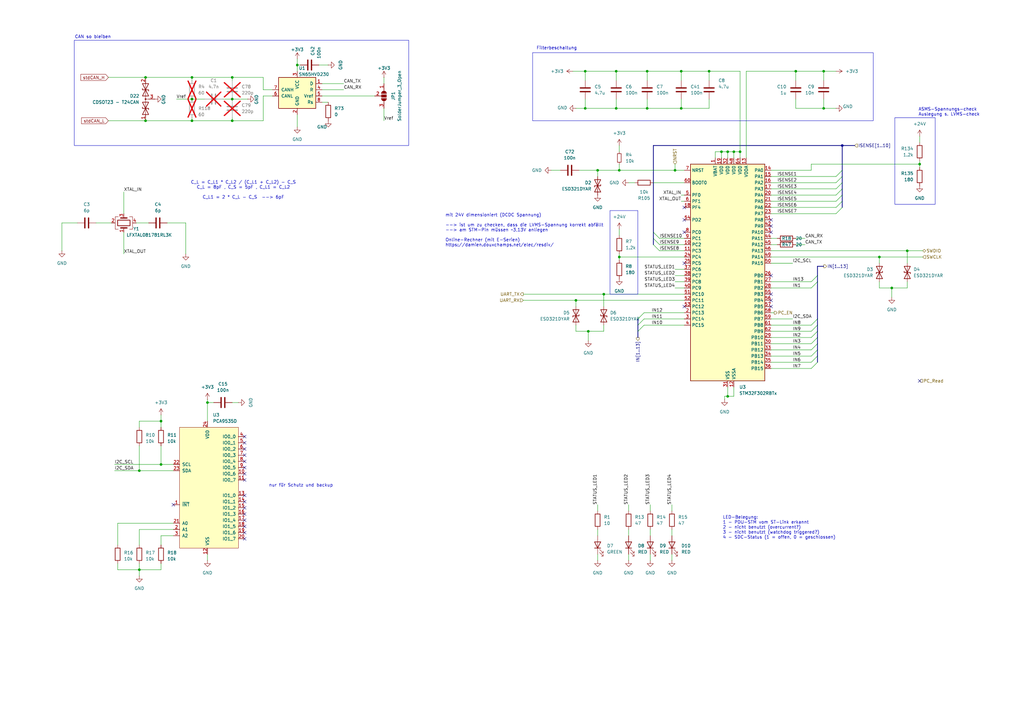
<source format=kicad_sch>
(kicad_sch
	(version 20231120)
	(generator "eeschema")
	(generator_version "8.0")
	(uuid "aa933140-9f4b-4735-968c-43a62bfa3dd4")
	(paper "A3")
	(title_block
		(title "PDU FT25")
		(date "2024-11-23")
		(rev "V1.1")
		(company "Janek Herm")
		(comment 1 "FaSTTUBe Electronics")
	)
	
	(junction
		(at 372.11 102.87)
		(diameter 0)
		(color 0 0 0 0)
		(uuid "011fb3dc-49db-4df5-b559-38f85c6453d7")
	)
	(junction
		(at 240.03 29.21)
		(diameter 0)
		(color 0 0 0 0)
		(uuid "1c1561dd-db1e-4379-88cb-32c62072201a")
	)
	(junction
		(at 59.69 31.75)
		(diameter 0)
		(color 0 0 0 0)
		(uuid "24200dc3-0fe0-44bc-8130-ae619484c55d")
	)
	(junction
		(at 95.25 31.75)
		(diameter 0)
		(color 0 0 0 0)
		(uuid "2909134b-3d57-4d2d-930f-c2f46d76c54e")
	)
	(junction
		(at 377.19 67.31)
		(diameter 0)
		(color 0 0 0 0)
		(uuid "311f828e-ff1f-4cf4-b987-2f4449bd4082")
	)
	(junction
		(at 95.25 49.53)
		(diameter 0)
		(color 0 0 0 0)
		(uuid "32bc5ba3-b62b-42dc-82e3-cb95cb6a2278")
	)
	(junction
		(at 345.44 59.69)
		(diameter 0)
		(color 0 0 0 0)
		(uuid "336ecfe3-4b6c-4c03-ad58-6e9f8ed49a93")
	)
	(junction
		(at 247.65 120.65)
		(diameter 0)
		(color 0 0 0 0)
		(uuid "3c286ce4-9062-43d3-99f6-3ea87c7fcd41")
	)
	(junction
		(at 78.74 40.64)
		(diameter 0)
		(color 0 0 0 0)
		(uuid "470305e6-4469-423b-a0b1-e2953ae99fd0")
	)
	(junction
		(at 66.04 190.5)
		(diameter 0)
		(color 0 0 0 0)
		(uuid "48467fea-0433-486a-9774-2145e495967a")
	)
	(junction
		(at 298.45 162.56)
		(diameter 0)
		(color 0 0 0 0)
		(uuid "4a042d06-5575-481b-9363-db3682fcd0d8")
	)
	(junction
		(at 300.99 62.23)
		(diameter 0)
		(color 0 0 0 0)
		(uuid "4a5d67a8-f458-4ca3-8b92-21a112e0f4b4")
	)
	(junction
		(at 85.09 165.1)
		(diameter 0)
		(color 0 0 0 0)
		(uuid "4c74bb33-df4b-46c3-9b1d-12f5cd9e5e5f")
	)
	(junction
		(at 57.15 233.68)
		(diameter 0)
		(color 0 0 0 0)
		(uuid "579d8ae3-f757-42fb-a58f-9c840400fcdd")
	)
	(junction
		(at 337.82 44.45)
		(diameter 0)
		(color 0 0 0 0)
		(uuid "60d16c02-84b1-46a4-a9a4-92263b8dcb49")
	)
	(junction
		(at 265.43 29.21)
		(diameter 0)
		(color 0 0 0 0)
		(uuid "67916b88-e6d0-4b5a-9f27-3bf6035e0635")
	)
	(junction
		(at 66.04 172.72)
		(diameter 0)
		(color 0 0 0 0)
		(uuid "68393929-b5b3-4171-bf32-da752b58901a")
	)
	(junction
		(at 240.03 44.45)
		(diameter 0)
		(color 0 0 0 0)
		(uuid "7b12ecee-0c67-4465-8158-f60ce921a82f")
	)
	(junction
		(at 326.39 29.21)
		(diameter 0)
		(color 0 0 0 0)
		(uuid "8065c336-233f-4333-8fb9-b0cf210d8d84")
	)
	(junction
		(at 252.73 29.21)
		(diameter 0)
		(color 0 0 0 0)
		(uuid "81124fb1-9228-4404-b2ec-46da02e0191c")
	)
	(junction
		(at 365.76 118.11)
		(diameter 0)
		(color 0 0 0 0)
		(uuid "82270b0f-876d-4834-8031-39dfa01b2c6f")
	)
	(junction
		(at 57.15 193.04)
		(diameter 0)
		(color 0 0 0 0)
		(uuid "87b3c8f4-734e-40eb-860c-a2d06358816d")
	)
	(junction
		(at 303.53 62.23)
		(diameter 0)
		(color 0 0 0 0)
		(uuid "92181147-f6d9-4a30-9e52-285e8f653835")
	)
	(junction
		(at 78.74 31.75)
		(diameter 0)
		(color 0 0 0 0)
		(uuid "952a4c72-7ac6-4c90-b284-d228a11ad936")
	)
	(junction
		(at 236.22 123.19)
		(diameter 0)
		(color 0 0 0 0)
		(uuid "99f24f12-e848-4c1f-ba5d-ddfe35ce4455")
	)
	(junction
		(at 295.91 62.23)
		(diameter 0)
		(color 0 0 0 0)
		(uuid "9d39e635-6ccb-4356-8a35-e6683e33abc6")
	)
	(junction
		(at 265.43 44.45)
		(diameter 0)
		(color 0 0 0 0)
		(uuid "a024b72b-5e3f-46fb-a2e4-a5878e8a88f4")
	)
	(junction
		(at 254 105.41)
		(diameter 0)
		(color 0 0 0 0)
		(uuid "aaccc812-c088-498a-befd-eb96b122b5fd")
	)
	(junction
		(at 276.86 69.85)
		(diameter 0)
		(color 0 0 0 0)
		(uuid "bb8bbc0e-59ca-4c70-96e1-574d2a709031")
	)
	(junction
		(at 241.3 135.89)
		(diameter 0)
		(color 0 0 0 0)
		(uuid "bbf3a917-6a04-4fd5-b852-be679d151fde")
	)
	(junction
		(at 290.83 29.21)
		(diameter 0)
		(color 0 0 0 0)
		(uuid "c3804580-880e-42ec-9ac0-0d99145ce20d")
	)
	(junction
		(at 252.73 44.45)
		(diameter 0)
		(color 0 0 0 0)
		(uuid "cb8dda75-074d-4c4c-adc1-368befa4d039")
	)
	(junction
		(at 245.11 69.85)
		(diameter 0)
		(color 0 0 0 0)
		(uuid "dfeaeceb-2205-4019-aa61-2b137b393fbc")
	)
	(junction
		(at 254 69.85)
		(diameter 0)
		(color 0 0 0 0)
		(uuid "e2b50f20-59e9-4842-97d3-a31cc6b12de2")
	)
	(junction
		(at 121.92 26.67)
		(diameter 0)
		(color 0 0 0 0)
		(uuid "e2d03ef5-6f0d-42ac-b206-09a65441fc7c")
	)
	(junction
		(at 78.74 49.53)
		(diameter 0)
		(color 0 0 0 0)
		(uuid "e3bee0d1-ee56-45a2-b990-12f34ff6079d")
	)
	(junction
		(at 59.69 49.53)
		(diameter 0)
		(color 0 0 0 0)
		(uuid "ecb153c6-64f7-4e6d-ba7e-f8d1a568d9ab")
	)
	(junction
		(at 360.68 105.41)
		(diameter 0)
		(color 0 0 0 0)
		(uuid "efedf725-2801-4356-be55-6b5641a8266e")
	)
	(junction
		(at 95.25 40.64)
		(diameter 0)
		(color 0 0 0 0)
		(uuid "effeb44b-6653-4665-8798-a89e5d31ce18")
	)
	(junction
		(at 337.82 29.21)
		(diameter 0)
		(color 0 0 0 0)
		(uuid "f3432773-749d-40c3-8aa7-240cc93fb599")
	)
	(junction
		(at 298.45 62.23)
		(diameter 0)
		(color 0 0 0 0)
		(uuid "f5034439-030d-403b-8d95-4d009b618e77")
	)
	(junction
		(at 279.4 44.45)
		(diameter 0)
		(color 0 0 0 0)
		(uuid "f79ecdf7-8915-4abb-bd2a-27ce32ad523f")
	)
	(junction
		(at 279.4 29.21)
		(diameter 0)
		(color 0 0 0 0)
		(uuid "fc270b45-755a-4224-a4f1-a9ea4d6490f5")
	)
	(no_connect
		(at 100.33 186.69)
		(uuid "00d0ed88-2bfc-4c34-865b-ea3a2f20116c")
	)
	(no_connect
		(at 100.33 208.28)
		(uuid "02b0f748-e2f7-4b3d-b3db-2ffd71c04543")
	)
	(no_connect
		(at 100.33 189.23)
		(uuid "0743f554-f217-447e-9672-e42c1e61c9b5")
	)
	(no_connect
		(at 316.23 90.17)
		(uuid "075be4a6-f93d-4ab9-bd89-dc240df4e00e")
	)
	(no_connect
		(at 100.33 194.31)
		(uuid "0ba7740a-6dab-44d6-b915-fd5da74cd9d0")
	)
	(no_connect
		(at 316.23 125.73)
		(uuid "0e402498-1ec7-4e50-bcc0-9ff038dc97d5")
	)
	(no_connect
		(at 100.33 196.85)
		(uuid "0f48667d-052a-4f59-93cf-fe7a77815214")
	)
	(no_connect
		(at 316.23 95.25)
		(uuid "3c312b4f-fa58-492d-8a28-9962baf598ef")
	)
	(no_connect
		(at 280.67 125.73)
		(uuid "3d18cbec-9d6d-4b25-acd5-d8fdd5b8b0be")
	)
	(no_connect
		(at 100.33 215.9)
		(uuid "40822289-a03a-4001-87d0-7f7897d9f9db")
	)
	(no_connect
		(at 280.67 90.17)
		(uuid "4865fe96-237f-418e-93a3-2eaf2c765084")
	)
	(no_connect
		(at 316.23 92.71)
		(uuid "510c8434-b139-4ac7-9ea5-f6153de72f0d")
	)
	(no_connect
		(at 100.33 203.2)
		(uuid "5332d9c4-fb0f-46bd-9b73-273ca727ec6c")
	)
	(no_connect
		(at 71.12 207.01)
		(uuid "56bf825b-2d39-4f2d-8492-59b72586464e")
	)
	(no_connect
		(at 280.67 95.25)
		(uuid "6f3d28e0-2dd5-4cfd-b78a-947982f01cbb")
	)
	(no_connect
		(at 100.33 181.61)
		(uuid "779a1c34-460b-4654-9a8b-ce59fbfcaba2")
	)
	(no_connect
		(at 100.33 218.44)
		(uuid "8c5047f8-cb7c-4e9f-acac-db3079f1e980")
	)
	(no_connect
		(at 316.23 113.03)
		(uuid "8dac3224-e958-4a1c-876d-20be0b6c8628")
	)
	(no_connect
		(at 280.67 107.95)
		(uuid "969aafdd-ff23-44c3-be52-b64f08887ca4")
	)
	(no_connect
		(at 280.67 85.09)
		(uuid "99e63ff9-177b-4543-b70d-778349a2a25f")
	)
	(no_connect
		(at 316.23 123.19)
		(uuid "af28ca33-6fae-440e-8467-d8e50d2753e5")
	)
	(no_connect
		(at 100.33 210.82)
		(uuid "b6b1c608-32fd-4df8-8d03-99b86d1c6667")
	)
	(no_connect
		(at 100.33 213.36)
		(uuid "d7427eb2-d12b-490f-8753-e81fe0d7d699")
	)
	(no_connect
		(at 100.33 220.98)
		(uuid "df8d2cd9-9ed4-4296-bb09-cc677a5766fd")
	)
	(no_connect
		(at 316.23 120.65)
		(uuid "e39f14bf-0c61-442d-ba06-1e9c8d8b75ee")
	)
	(no_connect
		(at 100.33 205.74)
		(uuid "e8c6eee0-3d18-4a40-aa9e-b9ca485e246a")
	)
	(no_connect
		(at 100.33 191.77)
		(uuid "e98ff970-5fa4-4e16-8569-413c8bccea6d")
	)
	(no_connect
		(at 100.33 184.15)
		(uuid "f04c8745-5aa1-473b-a439-272803b1dab3")
	)
	(no_connect
		(at 377.19 156.21)
		(uuid "f4e00081-989c-4207-9f6f-d102f40e338f")
	)
	(no_connect
		(at 100.33 179.07)
		(uuid "fa828f01-0c07-4fed-bcae-2996bedf0f3f")
	)
	(bus_entry
		(at 342.9 74.93)
		(size 2.54 -2.54)
		(stroke
			(width 0)
			(type default)
		)
		(uuid "0f44c7bf-42fb-4027-bf20-709ad1aa704a")
	)
	(bus_entry
		(at 332.74 143.51)
		(size 2.54 -2.54)
		(stroke
			(width 0)
			(type default)
		)
		(uuid "1a8c4578-18d3-4d5b-9d91-abbaf03e9138")
	)
	(bus_entry
		(at 342.9 82.55)
		(size 2.54 -2.54)
		(stroke
			(width 0)
			(type default)
		)
		(uuid "3746bdc5-d4d0-444e-a59d-ea02833a6a65")
	)
	(bus_entry
		(at 342.9 72.39)
		(size 2.54 -2.54)
		(stroke
			(width 0)
			(type default)
		)
		(uuid "3945f06b-623d-49c3-983b-f40b5edec678")
	)
	(bus_entry
		(at 342.9 87.63)
		(size 2.54 -2.54)
		(stroke
			(width 0)
			(type default)
		)
		(uuid "3ff9cecd-8190-4579-b1d8-07f660d68860")
	)
	(bus_entry
		(at 332.74 118.11)
		(size 2.54 -2.54)
		(stroke
			(width 0)
			(type default)
		)
		(uuid "4957f270-e681-45e8-a176-90f5101326f9")
	)
	(bus_entry
		(at 342.9 77.47)
		(size 2.54 -2.54)
		(stroke
			(width 0)
			(type default)
		)
		(uuid "4c8b6feb-847b-42b4-8753-f006923bda77")
	)
	(bus_entry
		(at 264.16 133.35)
		(size -2.54 2.54)
		(stroke
			(width 0)
			(type default)
		)
		(uuid "52c108e7-42d8-40ea-9646-fd41e1b7635a")
	)
	(bus_entry
		(at 332.74 133.35)
		(size 2.54 -2.54)
		(stroke
			(width 0)
			(type default)
		)
		(uuid "56b096de-f889-42c6-a376-cc718212d028")
	)
	(bus_entry
		(at 332.74 140.97)
		(size 2.54 -2.54)
		(stroke
			(width 0)
			(type default)
		)
		(uuid "579023c9-aee9-4289-bcef-52162fcd86e4")
	)
	(bus_entry
		(at 264.16 128.27)
		(size -2.54 2.54)
		(stroke
			(width 0)
			(type default)
		)
		(uuid "5a9829a9-2752-40b1-90db-78e699e955aa")
	)
	(bus_entry
		(at 270.51 100.33)
		(size -2.54 -2.54)
		(stroke
			(width 0)
			(type default)
		)
		(uuid "64135b90-3a0c-4804-9fde-547c8272c55d")
	)
	(bus_entry
		(at 270.51 97.79)
		(size -2.54 -2.54)
		(stroke
			(width 0)
			(type default)
		)
		(uuid "6719ffa9-6a4f-44fe-8a9a-c324cb13ff44")
	)
	(bus_entry
		(at 264.16 130.81)
		(size -2.54 2.54)
		(stroke
			(width 0)
			(type default)
		)
		(uuid "6d55b9a8-3776-4f25-929e-c56e410e4a49")
	)
	(bus_entry
		(at 332.74 115.57)
		(size 2.54 -2.54)
		(stroke
			(width 0)
			(type default)
		)
		(uuid "7447557f-810c-4ffc-b3cf-e8a8b88576b2")
	)
	(bus_entry
		(at 270.51 102.87)
		(size -2.54 -2.54)
		(stroke
			(width 0)
			(type default)
		)
		(uuid "7ed18590-037b-413d-a1f3-a02291ce0ea9")
	)
	(bus_entry
		(at 332.74 148.59)
		(size 2.54 -2.54)
		(stroke
			(width 0)
			(type default)
		)
		(uuid "808fcb53-b6eb-4126-b4a3-839040796060")
	)
	(bus_entry
		(at 332.74 138.43)
		(size 2.54 -2.54)
		(stroke
			(width 0)
			(type default)
		)
		(uuid "90d7f3a5-58af-4177-955c-92363bd0700d")
	)
	(bus_entry
		(at 332.74 151.13)
		(size 2.54 -2.54)
		(stroke
			(width 0)
			(type default)
		)
		(uuid "96e2509f-440b-4476-a949-5afab6fe1157")
	)
	(bus_entry
		(at 342.9 80.01)
		(size 2.54 -2.54)
		(stroke
			(width 0)
			(type default)
		)
		(uuid "b0a68681-9431-48bb-8eb2-62215f344ead")
	)
	(bus_entry
		(at 342.9 85.09)
		(size 2.54 -2.54)
		(stroke
			(width 0)
			(type default)
		)
		(uuid "ea1a9b47-f76d-4abc-b8f5-fd23807434c3")
	)
	(bus_entry
		(at 332.74 146.05)
		(size 2.54 -2.54)
		(stroke
			(width 0)
			(type default)
		)
		(uuid "f601e2f6-d62a-4439-b759-53677e622b58")
	)
	(bus_entry
		(at 332.74 135.89)
		(size 2.54 -2.54)
		(stroke
			(width 0)
			(type default)
		)
		(uuid "fb76438c-e197-4f72-9ef1-1130912a6e42")
	)
	(wire
		(pts
			(xy 46.99 190.5) (xy 66.04 190.5)
		)
		(stroke
			(width 0)
			(type default)
		)
		(uuid "01c10be1-8d82-4a65-8b94-9ab0f67f3ba9")
	)
	(wire
		(pts
			(xy 377.19 58.42) (xy 377.19 55.88)
		)
		(stroke
			(width 0)
			(type default)
		)
		(uuid "02d18d42-d97e-4718-876a-30117100b9d9")
	)
	(wire
		(pts
			(xy 279.4 44.45) (xy 290.83 44.45)
		)
		(stroke
			(width 0)
			(type default)
		)
		(uuid "04342634-bf56-4170-94fb-99898055f07c")
	)
	(wire
		(pts
			(xy 121.92 26.67) (xy 123.19 26.67)
		)
		(stroke
			(width 0)
			(type default)
		)
		(uuid "04624f39-4f16-4cd8-945f-0c0f280b88d6")
	)
	(wire
		(pts
			(xy 111.76 36.83) (xy 107.95 36.83)
		)
		(stroke
			(width 0)
			(type default)
		)
		(uuid "04ce5f16-006c-484e-9448-6f35bc303ded")
	)
	(wire
		(pts
			(xy 298.45 64.77) (xy 298.45 62.23)
		)
		(stroke
			(width 0)
			(type default)
		)
		(uuid "0635cc89-ab21-411b-b2fb-734cbbdf8e6c")
	)
	(wire
		(pts
			(xy 72.39 40.64) (xy 78.74 40.64)
		)
		(stroke
			(width 0)
			(type default)
		)
		(uuid "067e1c89-22ea-4cd0-ac58-970449aa4157")
	)
	(wire
		(pts
			(xy 360.68 118.11) (xy 365.76 118.11)
		)
		(stroke
			(width 0)
			(type default)
		)
		(uuid "06af84a9-4fe0-46df-a673-fdffb9ae579b")
	)
	(wire
		(pts
			(xy 265.43 44.45) (xy 279.4 44.45)
		)
		(stroke
			(width 0)
			(type default)
		)
		(uuid "06cd50e4-a84d-4173-93ad-9c195c5ec8b1")
	)
	(wire
		(pts
			(xy 132.08 36.83) (xy 140.97 36.83)
		)
		(stroke
			(width 0)
			(type default)
		)
		(uuid "07d36fce-b92d-4ebb-924c-b0c58b3ef7ca")
	)
	(wire
		(pts
			(xy 254 105.41) (xy 280.67 105.41)
		)
		(stroke
			(width 0)
			(type default)
		)
		(uuid "08e5a2d8-f52d-4e51-88ae-1aa4173a3966")
	)
	(wire
		(pts
			(xy 326.39 100.33) (xy 330.2 100.33)
		)
		(stroke
			(width 0)
			(type default)
		)
		(uuid "09722ccd-1166-497f-a94c-e44e9be372b5")
	)
	(wire
		(pts
			(xy 247.65 120.65) (xy 280.67 120.65)
		)
		(stroke
			(width 0)
			(type default)
		)
		(uuid "0a6c4184-3014-42b4-941a-203237f8b3e1")
	)
	(wire
		(pts
			(xy 48.26 231.14) (xy 48.26 233.68)
		)
		(stroke
			(width 0)
			(type default)
		)
		(uuid "0ac7b722-c4a9-4b58-b59a-e29b86535223")
	)
	(wire
		(pts
			(xy 293.37 62.23) (xy 295.91 62.23)
		)
		(stroke
			(width 0)
			(type default)
		)
		(uuid "0ad49cbe-2a59-4aad-8360-58993f3de25e")
	)
	(wire
		(pts
			(xy 316.23 130.81) (xy 325.12 130.81)
		)
		(stroke
			(width 0)
			(type default)
		)
		(uuid "0bc604da-ec50-48b0-a3ef-631c7c5d0f8a")
	)
	(wire
		(pts
			(xy 266.7 207.01) (xy 266.7 209.55)
		)
		(stroke
			(width 0)
			(type default)
		)
		(uuid "0bf4fa6e-f353-4c5b-89b0-744fdf8daf9d")
	)
	(wire
		(pts
			(xy 78.74 31.75) (xy 78.74 33.02)
		)
		(stroke
			(width 0)
			(type default)
		)
		(uuid "0ea186d4-0575-4211-a5c2-c47d1a397213")
	)
	(wire
		(pts
			(xy 71.12 193.04) (xy 57.15 193.04)
		)
		(stroke
			(width 0)
			(type default)
		)
		(uuid "10c76f8f-8700-456c-88c1-f1aa9c25eedd")
	)
	(bus
		(pts
			(xy 261.62 130.81) (xy 261.62 133.35)
		)
		(stroke
			(width 0)
			(type default)
		)
		(uuid "11f67c83-3ffd-46d0-aec1-8c99a833f6e3")
	)
	(wire
		(pts
			(xy 240.03 44.45) (xy 252.73 44.45)
		)
		(stroke
			(width 0)
			(type default)
		)
		(uuid "1231f68a-96d2-44b7-8d3c-b74c91867cc1")
	)
	(wire
		(pts
			(xy 78.74 48.26) (xy 78.74 49.53)
		)
		(stroke
			(width 0)
			(type default)
		)
		(uuid "129613d9-101d-4f0c-8d4a-a64ce9206fbe")
	)
	(wire
		(pts
			(xy 252.73 29.21) (xy 265.43 29.21)
		)
		(stroke
			(width 0)
			(type default)
		)
		(uuid "1351a6f2-d547-4c92-a7bd-fc66aa2b7b1c")
	)
	(wire
		(pts
			(xy 59.69 31.75) (xy 78.74 31.75)
		)
		(stroke
			(width 0)
			(type default)
		)
		(uuid "13ff90a7-64c3-4c39-bfde-af322b8ef136")
	)
	(wire
		(pts
			(xy 247.65 133.35) (xy 247.65 135.89)
		)
		(stroke
			(width 0)
			(type default)
		)
		(uuid "1465ca23-40a4-46ec-b0f8-03f7ee145ad2")
	)
	(wire
		(pts
			(xy 85.09 165.1) (xy 87.63 165.1)
		)
		(stroke
			(width 0)
			(type default)
		)
		(uuid "148b4225-d182-4bb6-9de1-701e6dbdada6")
	)
	(wire
		(pts
			(xy 132.08 41.91) (xy 134.62 41.91)
		)
		(stroke
			(width 0)
			(type default)
		)
		(uuid "14f3c7a6-d742-4322-bb88-1c8b862b32bd")
	)
	(wire
		(pts
			(xy 316.23 85.09) (xy 342.9 85.09)
		)
		(stroke
			(width 0)
			(type default)
		)
		(uuid "1563780a-b8ea-48ce-ab08-85a32f8ef187")
	)
	(wire
		(pts
			(xy 50.8 78.74) (xy 50.8 87.63)
		)
		(stroke
			(width 0)
			(type default)
		)
		(uuid "156a91e1-7575-43e4-ad21-502973462c11")
	)
	(wire
		(pts
			(xy 236.22 135.89) (xy 236.22 133.35)
		)
		(stroke
			(width 0)
			(type default)
		)
		(uuid "157e1d50-e501-4dc1-82d3-3f6de57d9811")
	)
	(wire
		(pts
			(xy 236.22 123.19) (xy 280.67 123.19)
		)
		(stroke
			(width 0)
			(type default)
		)
		(uuid "1835392a-44c0-4c7c-aba2-4aae14bcc355")
	)
	(wire
		(pts
			(xy 245.11 227.33) (xy 245.11 229.87)
		)
		(stroke
			(width 0)
			(type default)
		)
		(uuid "1f718422-99da-4137-9d23-e032c03b928c")
	)
	(wire
		(pts
			(xy 78.74 49.53) (xy 95.25 49.53)
		)
		(stroke
			(width 0)
			(type default)
		)
		(uuid "20098200-20b7-498b-9c5a-1c253e7e5f5b")
	)
	(bus
		(pts
			(xy 345.44 69.85) (xy 345.44 72.39)
		)
		(stroke
			(width 0)
			(type default)
		)
		(uuid "2251dd67-3d1a-45bd-95a7-174c40e8a15b")
	)
	(wire
		(pts
			(xy 66.04 182.88) (xy 66.04 190.5)
		)
		(stroke
			(width 0)
			(type default)
		)
		(uuid "2372e0d3-7fbc-4289-bd6b-9c3a6da3c8d6")
	)
	(wire
		(pts
			(xy 60.96 91.44) (xy 55.88 91.44)
		)
		(stroke
			(width 0)
			(type default)
		)
		(uuid "237a38f9-6614-4bbc-b48b-aa6c4183ece0")
	)
	(wire
		(pts
			(xy 377.19 66.04) (xy 377.19 67.31)
		)
		(stroke
			(width 0)
			(type default)
		)
		(uuid "242ca8e3-8ac4-4d29-8295-d68ee03413d1")
	)
	(wire
		(pts
			(xy 372.11 102.87) (xy 378.46 102.87)
		)
		(stroke
			(width 0)
			(type default)
		)
		(uuid "24abb6d5-4626-4519-b279-895ef4faf25c")
	)
	(wire
		(pts
			(xy 121.92 24.13) (xy 121.92 26.67)
		)
		(stroke
			(width 0)
			(type default)
		)
		(uuid "253308ce-4f34-45f1-a309-15a60f1e19ef")
	)
	(bus
		(pts
			(xy 335.28 130.81) (xy 335.28 133.35)
		)
		(stroke
			(width 0)
			(type default)
		)
		(uuid "25755da5-b2ff-4cff-8bc2-24cd8eade220")
	)
	(bus
		(pts
			(xy 345.44 74.93) (xy 345.44 77.47)
		)
		(stroke
			(width 0)
			(type default)
		)
		(uuid "262d263f-f433-4679-862b-308035de0a2b")
	)
	(wire
		(pts
			(xy 377.19 67.31) (xy 377.19 68.58)
		)
		(stroke
			(width 0)
			(type default)
		)
		(uuid "26bc09cc-8c0a-4375-86fc-e47074c1f63b")
	)
	(wire
		(pts
			(xy 44.45 49.53) (xy 59.69 49.53)
		)
		(stroke
			(width 0)
			(type default)
		)
		(uuid "274e5ee3-d781-4532-b53c-05387a81ff92")
	)
	(wire
		(pts
			(xy 46.99 193.04) (xy 57.15 193.04)
		)
		(stroke
			(width 0)
			(type default)
		)
		(uuid "284044e3-c554-4a4b-906c-ccf5e3689f9f")
	)
	(wire
		(pts
			(xy 316.23 118.11) (xy 332.74 118.11)
		)
		(stroke
			(width 0)
			(type default)
		)
		(uuid "2887116b-bea2-468f-885b-5166edebab89")
	)
	(wire
		(pts
			(xy 95.25 48.26) (xy 95.25 49.53)
		)
		(stroke
			(width 0)
			(type default)
		)
		(uuid "2c36341c-e8ad-4c3f-828b-51d06c455951")
	)
	(wire
		(pts
			(xy 236.22 123.19) (xy 236.22 125.73)
		)
		(stroke
			(width 0)
			(type default)
		)
		(uuid "2c550914-75dd-41a4-85f1-6281fd0a4d4b")
	)
	(wire
		(pts
			(xy 297.18 162.56) (xy 297.18 163.83)
		)
		(stroke
			(width 0)
			(type default)
		)
		(uuid "2e6a84cd-4428-4a5b-8eac-d5d5a9e09196")
	)
	(wire
		(pts
			(xy 265.43 44.45) (xy 252.73 44.45)
		)
		(stroke
			(width 0)
			(type default)
		)
		(uuid "30049d16-312a-40c3-b4e3-d52ec94734e7")
	)
	(bus
		(pts
			(xy 335.28 146.05) (xy 335.28 148.59)
		)
		(stroke
			(width 0)
			(type default)
		)
		(uuid "309f5f35-3328-4fa8-b4c3-460525690a03")
	)
	(wire
		(pts
			(xy 59.69 49.53) (xy 78.74 49.53)
		)
		(stroke
			(width 0)
			(type default)
		)
		(uuid "30aaf3a0-4d2c-4c09-8330-c952bee69405")
	)
	(wire
		(pts
			(xy 316.23 72.39) (xy 342.9 72.39)
		)
		(stroke
			(width 0)
			(type default)
		)
		(uuid "31d32d8b-498b-4e2e-a65c-ff11263582c5")
	)
	(wire
		(pts
			(xy 254 96.52) (xy 254 93.98)
		)
		(stroke
			(width 0)
			(type default)
		)
		(uuid "336dd7a3-3351-448e-a2f7-0a868d778216")
	)
	(wire
		(pts
			(xy 241.3 135.89) (xy 241.3 139.7)
		)
		(stroke
			(width 0)
			(type default)
		)
		(uuid "3391f9c0-1432-4401-8274-c3c771b182a4")
	)
	(bus
		(pts
			(xy 267.97 95.25) (xy 267.97 97.79)
		)
		(stroke
			(width 0)
			(type default)
		)
		(uuid "33f73685-2792-44e9-b5b0-05bbf7fcddaf")
	)
	(wire
		(pts
			(xy 266.7 217.17) (xy 266.7 219.71)
		)
		(stroke
			(width 0)
			(type default)
		)
		(uuid "34478a33-d1b1-4338-b1b6-16785ed628a0")
	)
	(bus
		(pts
			(xy 345.44 59.69) (xy 345.44 69.85)
		)
		(stroke
			(width 0)
			(type default)
		)
		(uuid "35dec71b-26c6-47fc-8b49-5e8e283a85f2")
	)
	(wire
		(pts
			(xy 39.37 91.44) (xy 45.72 91.44)
		)
		(stroke
			(width 0)
			(type default)
		)
		(uuid "36c25c5f-bef6-4b8d-872a-cb5f3de296cf")
	)
	(wire
		(pts
			(xy 48.26 214.63) (xy 48.26 223.52)
		)
		(stroke
			(width 0)
			(type default)
		)
		(uuid "3734fd42-1a58-4133-a33f-53ff0e15d0e6")
	)
	(wire
		(pts
			(xy 270.51 100.33) (xy 280.67 100.33)
		)
		(stroke
			(width 0)
			(type default)
		)
		(uuid "374ea217-4be8-4b55-9567-a3387401ee1c")
	)
	(wire
		(pts
			(xy 342.9 44.45) (xy 337.82 44.45)
		)
		(stroke
			(width 0)
			(type default)
		)
		(uuid "380ed02c-02ec-493d-8e7a-a4d524cb20de")
	)
	(wire
		(pts
			(xy 71.12 219.71) (xy 66.04 219.71)
		)
		(stroke
			(width 0)
			(type default)
		)
		(uuid "384737a6-fb73-4ec1-9185-66230b794f5e")
	)
	(wire
		(pts
			(xy 316.23 138.43) (xy 332.74 138.43)
		)
		(stroke
			(width 0)
			(type default)
		)
		(uuid "3a208043-40df-48e3-96d8-2487d26fc72c")
	)
	(wire
		(pts
			(xy 236.22 44.45) (xy 240.03 44.45)
		)
		(stroke
			(width 0)
			(type default)
		)
		(uuid "3ad73296-22dc-403c-848b-592e5ee820e8")
	)
	(wire
		(pts
			(xy 85.09 163.83) (xy 85.09 165.1)
		)
		(stroke
			(width 0)
			(type default)
		)
		(uuid "3add3ab2-4580-4d88-85fa-0a6e63433b5c")
	)
	(wire
		(pts
			(xy 280.67 118.11) (xy 276.86 118.11)
		)
		(stroke
			(width 0)
			(type default)
		)
		(uuid "3bf0defa-f434-4da3-9852-926b797769df")
	)
	(wire
		(pts
			(xy 306.07 29.21) (xy 326.39 29.21)
		)
		(stroke
			(width 0)
			(type default)
		)
		(uuid "3cf2ceea-35e9-4eb7-a160-b660911651bb")
	)
	(wire
		(pts
			(xy 316.23 133.35) (xy 332.74 133.35)
		)
		(stroke
			(width 0)
			(type default)
		)
		(uuid "3e4b90b5-23af-4990-a30f-addd83c93519")
	)
	(wire
		(pts
			(xy 280.67 130.81) (xy 264.16 130.81)
		)
		(stroke
			(width 0)
			(type default)
		)
		(uuid "3f3265f9-c18a-4c90-9076-96d9d1762ce8")
	)
	(wire
		(pts
			(xy 303.53 62.23) (xy 303.53 29.21)
		)
		(stroke
			(width 0)
			(type default)
		)
		(uuid "3fbf1dcd-d369-4d97-86e5-0d64166f1695")
	)
	(wire
		(pts
			(xy 111.76 39.37) (xy 107.95 39.37)
		)
		(stroke
			(width 0)
			(type default)
		)
		(uuid "433a9bd0-c4d3-45af-9bb9-a8a1648b5d0a")
	)
	(wire
		(pts
			(xy 44.45 31.75) (xy 59.69 31.75)
		)
		(stroke
			(width 0)
			(type default)
		)
		(uuid "4412c598-e00c-403a-a5e8-1df1ebe79e2c")
	)
	(bus
		(pts
			(xy 345.44 77.47) (xy 345.44 80.01)
		)
		(stroke
			(width 0)
			(type default)
		)
		(uuid "446d3b8a-b184-43ef-a483-c9827ee7e5e8")
	)
	(wire
		(pts
			(xy 279.4 29.21) (xy 290.83 29.21)
		)
		(stroke
			(width 0)
			(type default)
		)
		(uuid "44b7664b-4334-4003-b151-630ab004c928")
	)
	(wire
		(pts
			(xy 372.11 118.11) (xy 365.76 118.11)
		)
		(stroke
			(width 0)
			(type default)
		)
		(uuid "4800bad9-6f06-4d3c-bf38-d17eb414de1d")
	)
	(wire
		(pts
			(xy 134.62 26.67) (xy 130.81 26.67)
		)
		(stroke
			(width 0)
			(type default)
		)
		(uuid "488018a1-c63c-4e72-9bd5-1976cce0172a")
	)
	(wire
		(pts
			(xy 316.23 115.57) (xy 332.74 115.57)
		)
		(stroke
			(width 0)
			(type default)
		)
		(uuid "49c8365a-ca95-400b-ad63-9129e1136d9e")
	)
	(wire
		(pts
			(xy 300.99 64.77) (xy 300.99 62.23)
		)
		(stroke
			(width 0)
			(type default)
		)
		(uuid "4a81f28c-0a6a-4076-8b7b-e8bba29c0ade")
	)
	(wire
		(pts
			(xy 360.68 105.41) (xy 378.46 105.41)
		)
		(stroke
			(width 0)
			(type default)
		)
		(uuid "4b0fb995-16e8-4924-9090-aa604e816928")
	)
	(wire
		(pts
			(xy 265.43 40.64) (xy 265.43 44.45)
		)
		(stroke
			(width 0)
			(type default)
		)
		(uuid "4b690891-d34d-4a2c-b54b-a2bcf5e0cc9f")
	)
	(bus
		(pts
			(xy 267.97 59.69) (xy 267.97 95.25)
		)
		(stroke
			(width 0)
			(type default)
		)
		(uuid "4ba8ccba-e453-4230-9b0a-2d1e0788caac")
	)
	(wire
		(pts
			(xy 78.74 40.64) (xy 83.82 40.64)
		)
		(stroke
			(width 0)
			(type default)
		)
		(uuid "4bd024fb-1685-452e-a6bf-c127e24ffee7")
	)
	(wire
		(pts
			(xy 280.67 113.03) (xy 276.86 113.03)
		)
		(stroke
			(width 0)
			(type default)
		)
		(uuid "4d686276-809a-44e4-b3e6-33295a39cb5e")
	)
	(wire
		(pts
			(xy 316.23 105.41) (xy 360.68 105.41)
		)
		(stroke
			(width 0)
			(type default)
		)
		(uuid "5041efb4-b0cd-4bdc-8e62-0fcb005a0b74")
	)
	(wire
		(pts
			(xy 316.23 74.93) (xy 342.9 74.93)
		)
		(stroke
			(width 0)
			(type default)
		)
		(uuid "51c6b7a0-c71a-4d20-abba-9f1e5de5eaa8")
	)
	(wire
		(pts
			(xy 214.63 120.65) (xy 247.65 120.65)
		)
		(stroke
			(width 0)
			(type default)
		)
		(uuid "5207cf23-6b89-48ca-94f2-bc37a24192fc")
	)
	(wire
		(pts
			(xy 267.97 74.93) (xy 280.67 74.93)
		)
		(stroke
			(width 0)
			(type default)
		)
		(uuid "5457882c-466e-435a-a493-eb45347e573f")
	)
	(wire
		(pts
			(xy 254 104.14) (xy 254 105.41)
		)
		(stroke
			(width 0)
			(type default)
		)
		(uuid "5594d980-1253-4a7d-8f92-fa49c6434d84")
	)
	(wire
		(pts
			(xy 275.59 227.33) (xy 275.59 229.87)
		)
		(stroke
			(width 0)
			(type default)
		)
		(uuid "573af0e6-6fab-4c99-875e-6675a452eab1")
	)
	(wire
		(pts
			(xy 290.83 33.02) (xy 290.83 29.21)
		)
		(stroke
			(width 0)
			(type default)
		)
		(uuid "5762d99e-3126-4890-9607-31256a488ae7")
	)
	(wire
		(pts
			(xy 316.23 143.51) (xy 332.74 143.51)
		)
		(stroke
			(width 0)
			(type default)
		)
		(uuid "57c4bab5-a989-445b-aaad-9f7fb046ca6b")
	)
	(wire
		(pts
			(xy 240.03 29.21) (xy 252.73 29.21)
		)
		(stroke
			(width 0)
			(type default)
		)
		(uuid "592440ee-12c4-4be4-984c-ce759230f308")
	)
	(wire
		(pts
			(xy 254 69.85) (xy 276.86 69.85)
		)
		(stroke
			(width 0)
			(type default)
		)
		(uuid "5bff72cf-84d5-4a35-a479-cee7167288e0")
	)
	(wire
		(pts
			(xy 66.04 170.18) (xy 66.04 172.72)
		)
		(stroke
			(width 0)
			(type default)
		)
		(uuid "5dfb4410-e1b2-4180-8f28-eccf0e90cef4")
	)
	(wire
		(pts
			(xy 298.45 162.56) (xy 297.18 162.56)
		)
		(stroke
			(width 0)
			(type default)
		)
		(uuid "5fa66723-a87b-4fd8-a7ed-6a6ee875c26b")
	)
	(bus
		(pts
			(xy 335.28 138.43) (xy 335.28 140.97)
		)
		(stroke
			(width 0)
			(type default)
		)
		(uuid "61312873-5fe1-42fd-9fb3-f775d083cf32")
	)
	(wire
		(pts
			(xy 85.09 165.1) (xy 85.09 172.72)
		)
		(stroke
			(width 0)
			(type default)
		)
		(uuid "62c870cc-863d-4e32-ba88-ef193766af3a")
	)
	(bus
		(pts
			(xy 345.44 80.01) (xy 345.44 82.55)
		)
		(stroke
			(width 0)
			(type default)
		)
		(uuid "63056bca-8aa2-4c61-9c04-4ba2d5dd7eae")
	)
	(wire
		(pts
			(xy 57.15 217.17) (xy 57.15 223.52)
		)
		(stroke
			(width 0)
			(type default)
		)
		(uuid "63cfe862-1b60-4147-a48c-872b3c237368")
	)
	(wire
		(pts
			(xy 318.77 97.79) (xy 316.23 97.79)
		)
		(stroke
			(width 0)
			(type default)
		)
		(uuid "640e7ef2-ac50-4a3d-b491-720fc4ede5e4")
	)
	(wire
		(pts
			(xy 265.43 29.21) (xy 279.4 29.21)
		)
		(stroke
			(width 0)
			(type default)
		)
		(uuid "66b9af82-6c1b-407a-b830-0a7aa102153f")
	)
	(wire
		(pts
			(xy 245.11 69.85) (xy 254 69.85)
		)
		(stroke
			(width 0)
			(type default)
		)
		(uuid "66fbc815-56c4-4aa8-8b02-e2734d7501f7")
	)
	(wire
		(pts
			(xy 76.2 104.14) (xy 76.2 91.44)
		)
		(stroke
			(width 0)
			(type default)
		)
		(uuid "6760abfc-8efe-43dd-b4af-004d7b033428")
	)
	(wire
		(pts
			(xy 316.23 135.89) (xy 332.74 135.89)
		)
		(stroke
			(width 0)
			(type default)
		)
		(uuid "6b3f2e83-c285-4a0e-812a-970aa35eb8f3")
	)
	(wire
		(pts
			(xy 66.04 172.72) (xy 66.04 175.26)
		)
		(stroke
			(width 0)
			(type default)
		)
		(uuid "6b960ee9-e619-4056-ab5e-ecaea727a4da")
	)
	(wire
		(pts
			(xy 280.67 115.57) (xy 276.86 115.57)
		)
		(stroke
			(width 0)
			(type default)
		)
		(uuid "6c1e18e5-29de-4d47-831a-a5fba3321085")
	)
	(wire
		(pts
			(xy 276.86 67.31) (xy 276.86 69.85)
		)
		(stroke
			(width 0)
			(type default)
		)
		(uuid "70625563-a097-4b0a-a81d-15bb826a1032")
	)
	(wire
		(pts
			(xy 71.12 214.63) (xy 48.26 214.63)
		)
		(stroke
			(width 0)
			(type default)
		)
		(uuid "72cc7940-d8f6-4fdf-82f5-f94fe74b72b2")
	)
	(wire
		(pts
			(xy 247.65 120.65) (xy 247.65 125.73)
		)
		(stroke
			(width 0)
			(type default)
		)
		(uuid "73b98dab-d36d-4942-84f4-1c29626f61b6")
	)
	(wire
		(pts
			(xy 95.25 165.1) (xy 97.79 165.1)
		)
		(stroke
			(width 0)
			(type default)
		)
		(uuid "77c9717d-4354-42c8-8282-fc996f8e008d")
	)
	(wire
		(pts
			(xy 316.23 151.13) (xy 332.74 151.13)
		)
		(stroke
			(width 0)
			(type default)
		)
		(uuid "78a1b69a-85ae-4515-a0a1-e32eb2d8856e")
	)
	(wire
		(pts
			(xy 257.81 217.17) (xy 257.81 219.71)
		)
		(stroke
			(width 0)
			(type default)
		)
		(uuid "791a09bf-b5e3-4a76-ab8d-ab77a05166b1")
	)
	(wire
		(pts
			(xy 275.59 217.17) (xy 275.59 219.71)
		)
		(stroke
			(width 0)
			(type default)
		)
		(uuid "7bccdd04-4201-4262-afdb-1f717b63954d")
	)
	(wire
		(pts
			(xy 365.76 118.11) (xy 365.76 121.92)
		)
		(stroke
			(width 0)
			(type default)
		)
		(uuid "7ce15126-e46f-450a-88cf-bf021729bbd4")
	)
	(wire
		(pts
			(xy 300.99 162.56) (xy 298.45 162.56)
		)
		(stroke
			(width 0)
			(type default)
		)
		(uuid "7d3688bd-ee5d-46b9-bb87-c57b2f2ef841")
	)
	(wire
		(pts
			(xy 372.11 102.87) (xy 372.11 107.95)
		)
		(stroke
			(width 0)
			(type default)
		)
		(uuid "7d8e42e8-1bd0-4296-9880-9fba3a45d953")
	)
	(wire
		(pts
			(xy 157.48 44.45) (xy 157.48 49.53)
		)
		(stroke
			(width 0)
			(type default)
		)
		(uuid "7e2d27f6-8dc6-4db9-a014-b25d12f38c27")
	)
	(wire
		(pts
			(xy 318.77 100.33) (xy 316.23 100.33)
		)
		(stroke
			(width 0)
			(type default)
		)
		(uuid "7e9898dd-c6fc-4604-8d67-25d9df0d3ea7")
	)
	(wire
		(pts
			(xy 316.23 146.05) (xy 332.74 146.05)
		)
		(stroke
			(width 0)
			(type default)
		)
		(uuid "7ef32392-76db-40d3-a157-49cf1b4ba958")
	)
	(wire
		(pts
			(xy 252.73 44.45) (xy 252.73 40.64)
		)
		(stroke
			(width 0)
			(type default)
		)
		(uuid "7f21f788-b78d-4607-b25e-c29c60fd01ee")
	)
	(wire
		(pts
			(xy 332.74 67.31) (xy 377.19 67.31)
		)
		(stroke
			(width 0)
			(type default)
		)
		(uuid "81caabdd-9375-4e6a-b542-c27f630f4e32")
	)
	(wire
		(pts
			(xy 245.11 217.17) (xy 245.11 219.71)
		)
		(stroke
			(width 0)
			(type default)
		)
		(uuid "83d840ed-51d0-4a2b-8c4b-8841ec896b9f")
	)
	(wire
		(pts
			(xy 280.67 110.49) (xy 276.86 110.49)
		)
		(stroke
			(width 0)
			(type default)
		)
		(uuid "84ae6afc-bf8f-4321-8fe0-1256ddb2d700")
	)
	(wire
		(pts
			(xy 279.4 80.01) (xy 280.67 80.01)
		)
		(stroke
			(width 0)
			(type default)
		)
		(uuid "84f07f24-75f3-4cc7-b54e-ff3a21911909")
	)
	(wire
		(pts
			(xy 298.45 158.75) (xy 298.45 162.56)
		)
		(stroke
			(width 0)
			(type default)
		)
		(uuid "8505f2cd-1e7f-4f98-99a1-831800ae8140")
	)
	(wire
		(pts
			(xy 316.23 69.85) (xy 332.74 69.85)
		)
		(stroke
			(width 0)
			(type default)
		)
		(uuid "85819cca-689f-47d8-b803-634eac7c9223")
	)
	(wire
		(pts
			(xy 132.08 39.37) (xy 153.67 39.37)
		)
		(stroke
			(width 0)
			(type default)
		)
		(uuid "85e8d5ff-9194-472a-81fe-81f1d2fb2bc7")
	)
	(wire
		(pts
			(xy 279.4 29.21) (xy 279.4 33.02)
		)
		(stroke
			(width 0)
			(type default)
		)
		(uuid "86594fa4-96ef-4b6b-9fb4-99fd99a23170")
	)
	(wire
		(pts
			(xy 226.06 69.85) (xy 229.87 69.85)
		)
		(stroke
			(width 0)
			(type default)
		)
		(uuid "872cc783-8f89-4a31-8d69-30669783acd4")
	)
	(wire
		(pts
			(xy 298.45 62.23) (xy 300.99 62.23)
		)
		(stroke
			(width 0)
			(type default)
		)
		(uuid "87ddc8b3-f1a2-4d1c-91e8-606172ec47d6")
	)
	(wire
		(pts
			(xy 280.67 133.35) (xy 264.16 133.35)
		)
		(stroke
			(width 0)
			(type default)
		)
		(uuid "8ce71bf8-38df-41cb-ae3c-5807499f1b40")
	)
	(wire
		(pts
			(xy 280.67 69.85) (xy 276.86 69.85)
		)
		(stroke
			(width 0)
			(type default)
		)
		(uuid "8e0c6015-c75f-4b40-8b31-6060fd9d7bdd")
	)
	(wire
		(pts
			(xy 257.81 207.01) (xy 257.81 209.55)
		)
		(stroke
			(width 0)
			(type default)
		)
		(uuid "91ab24a6-f08a-4e60-9cc2-e845e9436609")
	)
	(bus
		(pts
			(xy 335.28 133.35) (xy 335.28 135.89)
		)
		(stroke
			(width 0)
			(type default)
		)
		(uuid "93bb8650-5aae-410b-ba61-fa515d094bda")
	)
	(bus
		(pts
			(xy 267.97 59.69) (xy 345.44 59.69)
		)
		(stroke
			(width 0)
			(type default)
		)
		(uuid "96952c6d-506e-454c-b2d9-0948ab51e964")
	)
	(wire
		(pts
			(xy 260.35 74.93) (xy 257.81 74.93)
		)
		(stroke
			(width 0)
			(type default)
		)
		(uuid "96ba8d5b-8e4b-4926-a927-662bccc2db00")
	)
	(wire
		(pts
			(xy 240.03 33.02) (xy 240.03 29.21)
		)
		(stroke
			(width 0)
			(type default)
		)
		(uuid "96ed4aeb-ca18-43ce-b3d5-e2beccf8b493")
	)
	(wire
		(pts
			(xy 326.39 29.21) (xy 326.39 33.02)
		)
		(stroke
			(width 0)
			(type default)
		)
		(uuid "978b63ba-a51c-4bcc-8f6e-ce7e09ee5e8e")
	)
	(wire
		(pts
			(xy 245.11 69.85) (xy 245.11 72.39)
		)
		(stroke
			(width 0)
			(type default)
		)
		(uuid "97a0f518-37d8-4c54-b987-a70e8fcf889b")
	)
	(wire
		(pts
			(xy 295.91 64.77) (xy 295.91 62.23)
		)
		(stroke
			(width 0)
			(type default)
		)
		(uuid "99e28d3a-df39-45d6-a487-b1ca5e388bc1")
	)
	(wire
		(pts
			(xy 236.22 135.89) (xy 241.3 135.89)
		)
		(stroke
			(width 0)
			(type default)
		)
		(uuid "9b516c1e-2bbe-4e34-91fb-0d1eefd4b6ef")
	)
	(wire
		(pts
			(xy 326.39 40.64) (xy 326.39 44.45)
		)
		(stroke
			(width 0)
			(type default)
		)
		(uuid "9ba3c000-1f86-40f5-930e-17a4b93a145a")
	)
	(wire
		(pts
			(xy 66.04 190.5) (xy 71.12 190.5)
		)
		(stroke
			(width 0)
			(type default)
		)
		(uuid "9cb2807a-88c9-4ec9-8e0e-d5313b72d2e3")
	)
	(wire
		(pts
			(xy 300.99 158.75) (xy 300.99 162.56)
		)
		(stroke
			(width 0)
			(type default)
		)
		(uuid "9cc84406-31f7-4d0e-ad67-1f7cf798a249")
	)
	(bus
		(pts
			(xy 345.44 59.69) (xy 350.52 59.69)
		)
		(stroke
			(width 0)
			(type default)
		)
		(uuid "9ccbfe06-845b-49e2-82e7-bbf946473222")
	)
	(wire
		(pts
			(xy 257.81 227.33) (xy 257.81 229.87)
		)
		(stroke
			(width 0)
			(type default)
		)
		(uuid "a4014b3b-9195-48e8-99e6-73147189ebcf")
	)
	(wire
		(pts
			(xy 50.8 95.25) (xy 50.8 104.14)
		)
		(stroke
			(width 0)
			(type default)
		)
		(uuid "a413a018-0767-4293-88dd-d3211b741500")
	)
	(wire
		(pts
			(xy 326.39 44.45) (xy 337.82 44.45)
		)
		(stroke
			(width 0)
			(type default)
		)
		(uuid "a43cec6a-d0ed-46b8-aba0-fb17da6a7b27")
	)
	(wire
		(pts
			(xy 316.23 77.47) (xy 342.9 77.47)
		)
		(stroke
			(width 0)
			(type default)
		)
		(uuid "a45559c4-5009-4967-bb41-f08a50315a24")
	)
	(bus
		(pts
			(xy 261.62 138.43) (xy 261.62 135.89)
		)
		(stroke
			(width 0)
			(type default)
		)
		(uuid "a59ccade-3e06-449f-8830-6835a95f7677")
	)
	(wire
		(pts
			(xy 316.23 140.97) (xy 332.74 140.97)
		)
		(stroke
			(width 0)
			(type default)
		)
		(uuid "a5ae0e91-8246-4a61-a617-896b3c268b2a")
	)
	(wire
		(pts
			(xy 337.82 40.64) (xy 337.82 44.45)
		)
		(stroke
			(width 0)
			(type default)
		)
		(uuid "a6b89ee7-afe8-418b-bf84-d68aeb398b0e")
	)
	(wire
		(pts
			(xy 306.07 29.21) (xy 306.07 64.77)
		)
		(stroke
			(width 0)
			(type default)
		)
		(uuid "a810b8d0-b173-40f9-a48d-d719fd48f49e")
	)
	(wire
		(pts
			(xy 332.74 69.85) (xy 332.74 67.31)
		)
		(stroke
			(width 0)
			(type default)
		)
		(uuid "a8113f14-7367-4784-b9e1-4b8b516eaa12")
	)
	(wire
		(pts
			(xy 265.43 29.21) (xy 265.43 33.02)
		)
		(stroke
			(width 0)
			(type default)
		)
		(uuid "a819c80f-747f-4919-8dfd-4e1fbe3e4983")
	)
	(wire
		(pts
			(xy 252.73 29.21) (xy 252.73 33.02)
		)
		(stroke
			(width 0)
			(type default)
		)
		(uuid "a8f2f973-3249-43a2-b027-2642782bdbb8")
	)
	(bus
		(pts
			(xy 337.82 109.22) (xy 335.28 109.22)
		)
		(stroke
			(width 0)
			(type default)
		)
		(uuid "aa0d9b0f-c318-42d8-9f8a-7062abad51ff")
	)
	(wire
		(pts
			(xy 57.15 172.72) (xy 66.04 172.72)
		)
		(stroke
			(width 0)
			(type default)
		)
		(uuid "aad5fecc-5cd7-4782-8f81-d185565815a7")
	)
	(wire
		(pts
			(xy 372.11 115.57) (xy 372.11 118.11)
		)
		(stroke
			(width 0)
			(type default)
		)
		(uuid "ab11de8b-d27d-4f17-8804-3d4f4ce95f50")
	)
	(wire
		(pts
			(xy 254 67.31) (xy 254 69.85)
		)
		(stroke
			(width 0)
			(type default)
		)
		(uuid "ac99119a-7289-4b7d-bf4e-fa24584fd5e5")
	)
	(bus
		(pts
			(xy 267.97 97.79) (xy 267.97 100.33)
		)
		(stroke
			(width 0)
			(type default)
		)
		(uuid "ad1f7770-d867-4af5-aee1-86e6022744f6")
	)
	(wire
		(pts
			(xy 107.95 36.83) (xy 107.95 31.75)
		)
		(stroke
			(width 0)
			(type default)
		)
		(uuid "ad5145d6-835e-40ef-8320-271a0d601a4e")
	)
	(wire
		(pts
			(xy 245.11 207.01) (xy 245.11 209.55)
		)
		(stroke
			(width 0)
			(type default)
		)
		(uuid "ae829c98-bff4-4d8a-81b0-64763e4c104a")
	)
	(wire
		(pts
			(xy 270.51 102.87) (xy 280.67 102.87)
		)
		(stroke
			(width 0)
			(type default)
		)
		(uuid "aec3c96b-d324-4c83-b01c-f4470e85d085")
	)
	(wire
		(pts
			(xy 316.23 102.87) (xy 372.11 102.87)
		)
		(stroke
			(width 0)
			(type default)
		)
		(uuid "afb8c704-4be3-4065-870b-a1b3eed5d064")
	)
	(bus
		(pts
			(xy 261.62 133.35) (xy 261.62 135.89)
		)
		(stroke
			(width 0)
			(type default)
		)
		(uuid "b06b1619-1c34-4cfd-8d33-f5e5d2709422")
	)
	(bus
		(pts
			(xy 335.28 115.57) (xy 335.28 130.81)
		)
		(stroke
			(width 0)
			(type default)
		)
		(uuid "b25f1883-7899-40e6-bea0-dda4b69bc806")
	)
	(wire
		(pts
			(xy 266.7 227.33) (xy 266.7 229.87)
		)
		(stroke
			(width 0)
			(type default)
		)
		(uuid "b2be58c1-4836-480e-aa3b-ac80cc322cb8")
	)
	(wire
		(pts
			(xy 234.95 29.21) (xy 240.03 29.21)
		)
		(stroke
			(width 0)
			(type default)
		)
		(uuid "b2c18a8b-1856-404b-9568-1fbaa6d1aa7d")
	)
	(wire
		(pts
			(xy 57.15 233.68) (xy 57.15 231.14)
		)
		(stroke
			(width 0)
			(type default)
		)
		(uuid "b3da7675-4484-4f13-a3ee-53acab49744f")
	)
	(wire
		(pts
			(xy 300.99 62.23) (xy 303.53 62.23)
		)
		(stroke
			(width 0)
			(type default)
		)
		(uuid "b4d4436b-1e97-4b71-9d4a-efec7c2d29a0")
	)
	(wire
		(pts
			(xy 121.92 26.67) (xy 121.92 29.21)
		)
		(stroke
			(width 0)
			(type default)
		)
		(uuid "b59d0d87-af1c-44b8-8c95-246a18525198")
	)
	(wire
		(pts
			(xy 280.67 128.27) (xy 264.16 128.27)
		)
		(stroke
			(width 0)
			(type default)
		)
		(uuid "b694e302-39ae-4cec-8d85-dc68dfaa474a")
	)
	(wire
		(pts
			(xy 279.4 40.64) (xy 279.4 44.45)
		)
		(stroke
			(width 0)
			(type default)
		)
		(uuid "b8594858-a696-4f19-a9c8-df08777bfdd3")
	)
	(wire
		(pts
			(xy 66.04 219.71) (xy 66.04 223.52)
		)
		(stroke
			(width 0)
			(type default)
		)
		(uuid "b8b4fd59-fd0f-41c4-96db-949e51aff79c")
	)
	(wire
		(pts
			(xy 48.26 233.68) (xy 57.15 233.68)
		)
		(stroke
			(width 0)
			(type default)
		)
		(uuid "b8b5f82a-15fe-4a68-8c0b-ccb905afec0f")
	)
	(wire
		(pts
			(xy 85.09 227.33) (xy 85.09 229.87)
		)
		(stroke
			(width 0)
			(type default)
		)
		(uuid "bb5fa7cc-73b8-4f09-a367-25145705dc2f")
	)
	(wire
		(pts
			(xy 247.65 135.89) (xy 241.3 135.89)
		)
		(stroke
			(width 0)
			(type default)
		)
		(uuid "bd134b4f-2171-4eb5-86fc-5330b9a11363")
	)
	(wire
		(pts
			(xy 95.25 49.53) (xy 107.95 49.53)
		)
		(stroke
			(width 0)
			(type default)
		)
		(uuid "c2a42c62-e28b-43a6-8bb2-0a1f119a0e38")
	)
	(bus
		(pts
			(xy 345.44 72.39) (xy 345.44 74.93)
		)
		(stroke
			(width 0)
			(type default)
		)
		(uuid "c2c8d552-f034-4449-a3de-dedf3aad8f00")
	)
	(bus
		(pts
			(xy 335.28 135.89) (xy 335.28 138.43)
		)
		(stroke
			(width 0)
			(type default)
		)
		(uuid "c3730845-2d4f-471a-bb2e-3a0063f81c2c")
	)
	(wire
		(pts
			(xy 121.92 46.99) (xy 121.92 52.07)
		)
		(stroke
			(width 0)
			(type default)
		)
		(uuid "c3ec0945-321b-4b30-9522-0c21319a5f80")
	)
	(wire
		(pts
			(xy 66.04 231.14) (xy 66.04 233.68)
		)
		(stroke
			(width 0)
			(type default)
		)
		(uuid "c43435ab-7e75-4282-962a-7e1dda74f78c")
	)
	(wire
		(pts
			(xy 107.95 39.37) (xy 107.95 49.53)
		)
		(stroke
			(width 0)
			(type default)
		)
		(uuid "c52a96ec-fb68-468e-b3cf-c886bc8728ae")
	)
	(bus
		(pts
			(xy 335.28 140.97) (xy 335.28 143.51)
		)
		(stroke
			(width 0)
			(type default)
		)
		(uuid "c54ff8af-a779-43fb-af24-bb46950bcc09")
	)
	(wire
		(pts
			(xy 132.08 34.29) (xy 140.97 34.29)
		)
		(stroke
			(width 0)
			(type default)
		)
		(uuid "c7a522df-9734-4702-b512-256d9a6e5778")
	)
	(wire
		(pts
			(xy 316.23 128.27) (xy 317.5 128.27)
		)
		(stroke
			(width 0)
			(type default)
		)
		(uuid "c9abefe4-3d70-46c7-a812-f3c50f80e825")
	)
	(wire
		(pts
			(xy 95.25 40.64) (xy 101.6 40.64)
		)
		(stroke
			(width 0)
			(type default)
		)
		(uuid "ca4d6cf7-17c8-4b62-ac2f-e6ef1ddb6abb")
	)
	(bus
		(pts
			(xy 345.44 82.55) (xy 345.44 85.09)
		)
		(stroke
			(width 0)
			(type default)
		)
		(uuid "ca8cfe9e-87ec-4a19-8f30-49bfa4505870")
	)
	(wire
		(pts
			(xy 71.12 217.17) (xy 57.15 217.17)
		)
		(stroke
			(width 0)
			(type default)
		)
		(uuid "cbb3826f-14f0-440f-8d44-2dc0d7c59b55")
	)
	(wire
		(pts
			(xy 316.23 148.59) (xy 332.74 148.59)
		)
		(stroke
			(width 0)
			(type default)
		)
		(uuid "ccec9f19-5dc7-4e41-9e22-3ba7de88e290")
	)
	(wire
		(pts
			(xy 91.44 40.64) (xy 95.25 40.64)
		)
		(stroke
			(width 0)
			(type default)
		)
		(uuid "d04a6fcf-4cdd-4d4d-b903-0c17ec3c718e")
	)
	(wire
		(pts
			(xy 25.4 91.44) (xy 31.75 91.44)
		)
		(stroke
			(width 0)
			(type default)
		)
		(uuid "d2c50efd-053f-4e2b-ab6b-ceb56e1390a6")
	)
	(wire
		(pts
			(xy 290.83 29.21) (xy 303.53 29.21)
		)
		(stroke
			(width 0)
			(type default)
		)
		(uuid "d30aab13-07f2-4457-b84a-c61ebd85324c")
	)
	(wire
		(pts
			(xy 237.49 69.85) (xy 245.11 69.85)
		)
		(stroke
			(width 0)
			(type default)
		)
		(uuid "d31fee49-a38b-402f-8bf8-bb45ee41492e")
	)
	(wire
		(pts
			(xy 290.83 40.64) (xy 290.83 44.45)
		)
		(stroke
			(width 0)
			(type default)
		)
		(uuid "d336c2f7-fd3c-4fa0-a3b6-30f66270e0dd")
	)
	(wire
		(pts
			(xy 66.04 233.68) (xy 57.15 233.68)
		)
		(stroke
			(width 0)
			(type default)
		)
		(uuid "d5e53c50-c513-4bb7-bca0-7a9984274b95")
	)
	(wire
		(pts
			(xy 157.48 34.29) (xy 157.48 31.75)
		)
		(stroke
			(width 0)
			(type default)
		)
		(uuid "d62ecc64-c152-4b0a-85bf-14bc416033b4")
	)
	(wire
		(pts
			(xy 275.59 207.01) (xy 275.59 209.55)
		)
		(stroke
			(width 0)
			(type default)
		)
		(uuid "d7c8bd47-7b73-4ea8-b196-0d40bce9a89c")
	)
	(wire
		(pts
			(xy 337.82 33.02) (xy 337.82 29.21)
		)
		(stroke
			(width 0)
			(type default)
		)
		(uuid "d952bab0-653b-435c-8a2f-6393719cdfa6")
	)
	(wire
		(pts
			(xy 25.4 91.44) (xy 25.4 102.87)
		)
		(stroke
			(width 0)
			(type default)
		)
		(uuid "dbad8be3-21c0-4e36-a154-4beb3e5395a5")
	)
	(wire
		(pts
			(xy 316.23 80.01) (xy 342.9 80.01)
		)
		(stroke
			(width 0)
			(type default)
		)
		(uuid "dc7a3531-0422-497a-80c3-3ef7771970df")
	)
	(wire
		(pts
			(xy 326.39 97.79) (xy 330.2 97.79)
		)
		(stroke
			(width 0)
			(type default)
		)
		(uuid "ddac0376-e581-4f59-af0c-376284134561")
	)
	(wire
		(pts
			(xy 360.68 105.41) (xy 360.68 107.95)
		)
		(stroke
			(width 0)
			(type default)
		)
		(uuid "dde185dc-c1a6-4cff-a53f-51ea18e0f496")
	)
	(bus
		(pts
			(xy 335.28 113.03) (xy 335.28 115.57)
		)
		(stroke
			(width 0)
			(type default)
		)
		(uuid "de0a1780-03dc-4282-988e-24005d38b024")
	)
	(bus
		(pts
			(xy 335.28 109.22) (xy 335.28 113.03)
		)
		(stroke
			(width 0)
			(type default)
		)
		(uuid "df2cf0f7-cf69-4ceb-b9ba-dbfab7152832")
	)
	(wire
		(pts
			(xy 254 59.69) (xy 254 62.23)
		)
		(stroke
			(width 0)
			(type default)
		)
		(uuid "df962fbf-3186-49c7-b920-670e6de3619f")
	)
	(wire
		(pts
			(xy 270.51 97.79) (xy 280.67 97.79)
		)
		(stroke
			(width 0)
			(type default)
		)
		(uuid "e056fb87-e356-4c5f-a2aa-ef1101f35093")
	)
	(wire
		(pts
			(xy 57.15 233.68) (xy 57.15 236.22)
		)
		(stroke
			(width 0)
			(type default)
		)
		(uuid "e1422cf0-f303-4d2f-8b92-c2a7ffbc7b6e")
	)
	(wire
		(pts
			(xy 295.91 62.23) (xy 298.45 62.23)
		)
		(stroke
			(width 0)
			(type default)
		)
		(uuid "e1b392db-7931-4964-964f-68fe177d16d9")
	)
	(wire
		(pts
			(xy 236.22 123.19) (xy 214.63 123.19)
		)
		(stroke
			(width 0)
			(type default)
		)
		(uuid "e1e8a462-d120-42ad-ad79-f500a31a654e")
	)
	(wire
		(pts
			(xy 360.68 118.11) (xy 360.68 115.57)
		)
		(stroke
			(width 0)
			(type default)
		)
		(uuid "e2e7c861-bb5f-4fb3-ad06-59502f28bab1")
	)
	(wire
		(pts
			(xy 326.39 29.21) (xy 337.82 29.21)
		)
		(stroke
			(width 0)
			(type default)
		)
		(uuid "e4c7bb4c-75bf-4ed2-b33c-57936b821a91")
	)
	(wire
		(pts
			(xy 279.4 82.55) (xy 280.67 82.55)
		)
		(stroke
			(width 0)
			(type default)
		)
		(uuid "e70d3f73-dbb7-4d50-9c00-19309e1069bb")
	)
	(wire
		(pts
			(xy 342.9 29.21) (xy 337.82 29.21)
		)
		(stroke
			(width 0)
			(type default)
		)
		(uuid "ecfb946e-dee6-4e45-95fc-b5190899afab")
	)
	(wire
		(pts
			(xy 95.25 31.75) (xy 107.95 31.75)
		)
		(stroke
			(width 0)
			(type default)
		)
		(uuid "ed5581ec-24f0-4aee-86dc-8fa4679b5eb7")
	)
	(wire
		(pts
			(xy 78.74 31.75) (xy 95.25 31.75)
		)
		(stroke
			(width 0)
			(type default)
		)
		(uuid "ee9f27bc-a10a-47ba-a52b-a4e9281cde59")
	)
	(wire
		(pts
			(xy 254 106.68) (xy 254 105.41)
		)
		(stroke
			(width 0)
			(type default)
		)
		(uuid "efc60472-7e4b-42b7-b473-446bd5932cdd")
	)
	(wire
		(pts
			(xy 76.2 91.44) (xy 68.58 91.44)
		)
		(stroke
			(width 0)
			(type default)
		)
		(uuid "f195cfaf-288e-48b7-ae46-9f4bc63212db")
	)
	(wire
		(pts
			(xy 316.23 107.95) (xy 325.12 107.95)
		)
		(stroke
			(width 0)
			(type default)
		)
		(uuid "f62b2363-3b11-4d77-bc34-62dabbddd9de")
	)
	(wire
		(pts
			(xy 240.03 40.64) (xy 240.03 44.45)
		)
		(stroke
			(width 0)
			(type default)
		)
		(uuid "f8f11e7f-ddc0-4fe9-8460-b4625b615e14")
	)
	(bus
		(pts
			(xy 335.28 143.51) (xy 335.28 146.05)
		)
		(stroke
			(width 0)
			(type default)
		)
		(uuid "f9f6d47c-d436-48c3-84a7-f135566b17a6")
	)
	(wire
		(pts
			(xy 303.53 64.77) (xy 303.53 62.23)
		)
		(stroke
			(width 0)
			(type default)
		)
		(uuid "fa0fe15b-625c-4fcd-a37c-74e397977bdc")
	)
	(wire
		(pts
			(xy 293.37 64.77) (xy 293.37 62.23)
		)
		(stroke
			(width 0)
			(type default)
		)
		(uuid "fa6e5475-e914-4c66-8c18-c28d6966df60")
	)
	(wire
		(pts
			(xy 316.23 87.63) (xy 342.9 87.63)
		)
		(stroke
			(width 0)
			(type default)
		)
		(uuid "fb070b1a-fc87-466b-ab80-902a347329a6")
	)
	(wire
		(pts
			(xy 57.15 175.26) (xy 57.15 172.72)
		)
		(stroke
			(width 0)
			(type default)
		)
		(uuid "fb84b65b-2e9a-4ea5-9624-82316ac04003")
	)
	(wire
		(pts
			(xy 316.23 82.55) (xy 342.9 82.55)
		)
		(stroke
			(width 0)
			(type default)
		)
		(uuid "fd063ee6-d100-4124-856f-49d3dbfb70cc")
	)
	(wire
		(pts
			(xy 95.25 33.02) (xy 95.25 31.75)
		)
		(stroke
			(width 0)
			(type default)
		)
		(uuid "fdc82e97-42d6-4f95-a572-875294e7cd83")
	)
	(wire
		(pts
			(xy 57.15 193.04) (xy 57.15 182.88)
		)
		(stroke
			(width 0)
			(type default)
		)
		(uuid "ff404701-210e-48c7-9bc5-b63124960a0c")
	)
	(rectangle
		(start 30.48 16.51)
		(end 167.64 59.69)
		(stroke
			(width 0)
			(type default)
		)
		(fill
			(type none)
		)
		(uuid 30858d57-1cd2-4652-9a2a-71ae176ca307)
	)
	(rectangle
		(start 218.44 21.59)
		(end 358.14 49.53)
		(stroke
			(width 0)
			(type default)
		)
		(fill
			(type none)
		)
		(uuid 3681c90d-221f-46a9-accf-7ed7e4e2ed01)
	)
	(rectangle
		(start 367.03 48.26)
		(end 383.54 83.82)
		(stroke
			(width 0)
			(type default)
		)
		(fill
			(type none)
		)
		(uuid 5c2a6861-2558-43a8-9a0a-b3b4c549021a)
	)
	(rectangle
		(start 250.19 86.36)
		(end 261.62 120.65)
		(stroke
			(width 0)
			(type default)
		)
		(fill
			(type none)
		)
		(uuid 848af244-80b1-4e0e-8425-e5409fe46a43)
	)
	(text "C_L = C_L1 * C_L2 / (C_L1 + C_L2) - C_S\nC_L = 8pF , C_S = 5pF , C_L1 = C_L2\n\nC_L1 = 2 * C_L - C_S  --> 6pF"
		(exclude_from_sim no)
		(at 99.822 77.978 0)
		(effects
			(font
				(size 1.27 1.27)
			)
		)
		(uuid "1a8b17d6-89bd-48cd-9901-ea195dcd40b5")
	)
	(text "mit 24V dimensioniert (DCDC Spannung)\n\n--> ist um zu checken, dass die LVMS-Spannung korrekt abfällt\n--> am STM-Pin müssen ~3,13V anliegen\n\nOnline-Rechner (mit E-Serien)\nhttps://damien.douxchamps.net/elec/resdiv/"
		(exclude_from_sim no)
		(at 182.626 101.346 0)
		(effects
			(font
				(size 1.27 1.27)
			)
			(justify left bottom)
		)
		(uuid "367d726a-97e8-460e-bab0-87c8df58516c")
	)
	(text "LED-Belegung:\n1 - PDU-STM vom ST-Link erkannt\n2 - nicht benutzt (overcurrent?)\n3 - nicht benutzt (watchdog triggered?)\n4 - SDC-Status (1 = offen, 0 = geschlossen)"
		(exclude_from_sim no)
		(at 296.418 216.408 0)
		(effects
			(font
				(size 1.27 1.27)
			)
			(justify left)
		)
		(uuid "835b9fc7-013a-4810-82d1-557c1aa0c6b6")
	)
	(text "Filterbeschaltung"
		(exclude_from_sim no)
		(at 228.346 19.812 0)
		(effects
			(font
				(size 1.27 1.27)
				(thickness 0.1588)
			)
		)
		(uuid "9714d113-96a5-4f77-b0d7-d684f5bcbafd")
	)
	(text "ASMS-Spannungs-check\nAuslegung s. LVMS-check"
		(exclude_from_sim no)
		(at 376.682 45.974 0)
		(effects
			(font
				(size 1.27 1.27)
				(thickness 0.1588)
			)
			(justify left)
		)
		(uuid "a1440ace-dd70-473f-8221-426421028564")
	)
	(text "nur für Schutz und backup"
		(exclude_from_sim no)
		(at 123.444 199.136 0)
		(effects
			(font
				(size 1.27 1.27)
			)
		)
		(uuid "c7c3dc53-cf8b-4159-93cf-677f20a6a91d")
	)
	(text "CAN so bleiben"
		(exclude_from_sim no)
		(at 38.1 15.24 0)
		(effects
			(font
				(size 1.27 1.27)
				(thickness 0.1588)
			)
		)
		(uuid "e9ee57ec-626f-42b3-8e6c-88928a6b9132")
	)
	(label "CAN_TX"
		(at 140.97 34.29 0)
		(fields_autoplaced yes)
		(effects
			(font
				(size 1.27 1.27)
			)
			(justify left bottom)
		)
		(uuid "0a4a85f7-6096-499c-b1c6-063823d9a123")
	)
	(label "ISENSE5"
		(at 318.77 82.55 0)
		(fields_autoplaced yes)
		(effects
			(font
				(size 1.27 1.27)
			)
			(justify left bottom)
		)
		(uuid "126ee22f-26ac-4cf3-bc03-97a317c5ce2c")
	)
	(label "ISENSE8"
		(at 270.51 102.87 0)
		(fields_autoplaced yes)
		(effects
			(font
				(size 1.27 1.27)
			)
			(justify left bottom)
		)
		(uuid "154df472-4d90-4f50-91f6-186fbc403218")
	)
	(label "IN10"
		(at 271.78 133.35 180)
		(fields_autoplaced yes)
		(effects
			(font
				(size 1.27 1.27)
			)
			(justify right bottom)
		)
		(uuid "2204e0a5-d9f1-431f-8775-629f5ad07f3b")
	)
	(label "STATUS_LED3"
		(at 266.7 207.01 90)
		(fields_autoplaced yes)
		(effects
			(font
				(size 1.27 1.27)
			)
			(justify left bottom)
		)
		(uuid "244b4271-67a7-4e0e-ae91-733b39936bcb")
	)
	(label "STATUS_LED2"
		(at 276.86 113.03 180)
		(fields_autoplaced yes)
		(effects
			(font
				(size 1.27 1.27)
			)
			(justify right bottom)
		)
		(uuid "24d54b28-0d06-4767-bc36-8dd8ba886bd2")
	)
	(label "ISENSE10"
		(at 270.51 97.79 0)
		(fields_autoplaced yes)
		(effects
			(font
				(size 1.27 1.27)
			)
			(justify left bottom)
		)
		(uuid "25f3d28f-e70b-49fb-b7af-006e32eb53a5")
	)
	(label "XTAL_IN"
		(at 279.4 80.01 180)
		(fields_autoplaced yes)
		(effects
			(font
				(size 1.27 1.27)
			)
			(justify right bottom)
		)
		(uuid "2700054e-68fa-495b-928c-9b79d0815b04")
	)
	(label "IN2"
		(at 325.12 138.43 0)
		(fields_autoplaced yes)
		(effects
			(font
				(size 1.27 1.27)
			)
			(justify left bottom)
		)
		(uuid "2fb05241-a1a2-48a8-b2a4-745e81b2402a")
	)
	(label "IN11"
		(at 271.78 130.81 180)
		(fields_autoplaced yes)
		(effects
			(font
				(size 1.27 1.27)
			)
			(justify right bottom)
		)
		(uuid "327e752d-5f59-49c4-a796-51bbd3da4a47")
	)
	(label "I2C_SDA"
		(at 46.99 193.04 0)
		(fields_autoplaced yes)
		(effects
			(font
				(size 1.27 1.27)
			)
			(justify left bottom)
		)
		(uuid "3a6ac6bc-7f14-41e9-b9de-600f650e0cd7")
	)
	(label "ISENSE9"
		(at 270.51 100.33 0)
		(fields_autoplaced yes)
		(effects
			(font
				(size 1.27 1.27)
			)
			(justify left bottom)
		)
		(uuid "4d425618-f1de-4447-85c6-4ad4ab1f287a")
	)
	(label "STATUS_LED4"
		(at 276.86 118.11 180)
		(fields_autoplaced yes)
		(effects
			(font
				(size 1.27 1.27)
			)
			(justify right bottom)
		)
		(uuid "53c0b140-216c-4cf2-a35c-3badaae31131")
	)
	(label "Vref"
		(at 157.48 49.53 0)
		(fields_autoplaced yes)
		(effects
			(font
				(size 1.27 1.27)
			)
			(justify left bottom)
		)
		(uuid "56641f54-fc43-4f46-af49-d6332e5c5487")
	)
	(label "IN3"
		(at 325.12 140.97 0)
		(fields_autoplaced yes)
		(effects
			(font
				(size 1.27 1.27)
			)
			(justify left bottom)
		)
		(uuid "57502eaf-54ac-4222-ace2-d313fa19c647")
	)
	(label "ISENSE7"
		(at 318.77 87.63 0)
		(fields_autoplaced yes)
		(effects
			(font
				(size 1.27 1.27)
			)
			(justify left bottom)
		)
		(uuid "5a98635b-fc9b-45c2-a770-8adbc8cd34a0")
	)
	(label "ISENSE3"
		(at 318.77 77.47 0)
		(fields_autoplaced yes)
		(effects
			(font
				(size 1.27 1.27)
			)
			(justify left bottom)
		)
		(uuid "5b6a7f15-9a2e-40a6-a98e-bbc1988b7c3a")
	)
	(label "IN1"
		(at 325.12 118.11 0)
		(fields_autoplaced yes)
		(effects
			(font
				(size 1.27 1.27)
			)
			(justify left bottom)
		)
		(uuid "66b91826-b772-452d-9134-7cc4374cea65")
	)
	(label "IN9"
		(at 325.12 135.89 0)
		(fields_autoplaced yes)
		(effects
			(font
				(size 1.27 1.27)
			)
			(justify left bottom)
		)
		(uuid "7bd42c32-4264-4950-804e-3de44e78aa5e")
	)
	(label "STATUS_LED1"
		(at 276.86 110.49 180)
		(fields_autoplaced yes)
		(effects
			(font
				(size 1.27 1.27)
			)
			(justify right bottom)
		)
		(uuid "7d4cdf5f-8674-465c-88bd-bfe4750353bb")
	)
	(label "STATUS_LED1"
		(at 245.11 207.01 90)
		(fields_autoplaced yes)
		(effects
			(font
				(size 1.27 1.27)
			)
			(justify left bottom)
		)
		(uuid "7d50187c-868b-41ac-9f84-ecff3800d770")
	)
	(label "STATUS_LED2"
		(at 257.81 207.01 90)
		(fields_autoplaced yes)
		(effects
			(font
				(size 1.27 1.27)
			)
			(justify left bottom)
		)
		(uuid "8177dc02-17dd-4cfa-86a2-02741849c02a")
	)
	(label "I2C_SCL"
		(at 46.99 190.5 0)
		(fields_autoplaced yes)
		(effects
			(font
				(size 1.27 1.27)
			)
			(justify left bottom)
		)
		(uuid "8a97f245-5063-489f-a3d6-53b18768c9e2")
	)
	(label "ISENSE6"
		(at 318.77 85.09 0)
		(fields_autoplaced yes)
		(effects
			(font
				(size 1.27 1.27)
			)
			(justify left bottom)
		)
		(uuid "8b38eb6d-ab82-4b13-8ea9-954b491513e2")
	)
	(label "CAN_RX"
		(at 140.97 36.83 0)
		(fields_autoplaced yes)
		(effects
			(font
				(size 1.27 1.27)
			)
			(justify left bottom)
		)
		(uuid "8eea8c8f-5f4c-45a3-a86e-62932248b2df")
	)
	(label "IN12"
		(at 271.78 128.27 180)
		(fields_autoplaced yes)
		(effects
			(font
				(size 1.27 1.27)
			)
			(justify right bottom)
		)
		(uuid "9cf21b30-0341-4565-ae2d-320b47e6d4db")
	)
	(label "ISENSE4"
		(at 318.77 80.01 0)
		(fields_autoplaced yes)
		(effects
			(font
				(size 1.27 1.27)
			)
			(justify left bottom)
		)
		(uuid "aa620f5b-bd01-4f69-b0b2-fb9cd317774b")
	)
	(label "XTAL_OUT"
		(at 279.4 82.55 180)
		(fields_autoplaced yes)
		(effects
			(font
				(size 1.27 1.27)
			)
			(justify right bottom)
		)
		(uuid "b03a82ef-b78e-4833-a8cb-fda08e3e2a0a")
	)
	(label "I2C_SDA"
		(at 325.12 130.81 0)
		(fields_autoplaced yes)
		(effects
			(font
				(size 1.27 1.27)
			)
			(justify left bottom)
		)
		(uuid "b36982ef-946a-4528-b214-4242331d3036")
	)
	(label "CAN_RX"
		(at 330.2 97.79 0)
		(fields_autoplaced yes)
		(effects
			(font
				(size 1.27 1.27)
			)
			(justify left bottom)
		)
		(uuid "bea5f28c-aa3a-4146-ac54-d8fb9aa1ba87")
	)
	(label "IN6"
		(at 325.12 148.59 0)
		(fields_autoplaced yes)
		(effects
			(font
				(size 1.27 1.27)
			)
			(justify left bottom)
		)
		(uuid "c233c081-18e3-47c7-afc0-0f3e9e2bddf1")
	)
	(label "XTAL_OUT"
		(at 50.8 104.14 0)
		(fields_autoplaced yes)
		(effects
			(font
				(size 1.27 1.27)
			)
			(justify left bottom)
		)
		(uuid "c36da402-000c-4da0-ad16-4df4eabd3a21")
	)
	(label "ISENSE2"
		(at 318.77 74.93 0)
		(fields_autoplaced yes)
		(effects
			(font
				(size 1.27 1.27)
			)
			(justify left bottom)
		)
		(uuid "c582e21b-9359-4889-b849-0740ff1cdb57")
	)
	(label "IN5"
		(at 325.12 146.05 0)
		(fields_autoplaced yes)
		(effects
			(font
				(size 1.27 1.27)
			)
			(justify left bottom)
		)
		(uuid "ca39cfff-e643-40bf-992e-2b7841bebdd5")
	)
	(label "ISENSE1"
		(at 318.77 72.39 0)
		(fields_autoplaced yes)
		(effects
			(font
				(size 1.27 1.27)
			)
			(justify left bottom)
		)
		(uuid "cc0247db-6082-4eec-886d-9388dddb1e47")
	)
	(label "XTAL_IN"
		(at 50.8 78.74 0)
		(fields_autoplaced yes)
		(effects
			(font
				(size 1.27 1.27)
			)
			(justify left bottom)
		)
		(uuid "cf6c05e5-4df6-4551-9719-dba090f99631")
	)
	(label "STATUS_LED4"
		(at 275.59 207.01 90)
		(fields_autoplaced yes)
		(effects
			(font
				(size 1.27 1.27)
			)
			(justify left bottom)
		)
		(uuid "d29af51d-2918-4fbe-83ad-f7301aeba3ca")
	)
	(label "STATUS_LED3"
		(at 276.86 115.57 180)
		(fields_autoplaced yes)
		(effects
			(font
				(size 1.27 1.27)
			)
			(justify right bottom)
		)
		(uuid "d8465161-f6d3-4413-94a8-1954b60c33b8")
	)
	(label "IN13"
		(at 325.12 115.57 0)
		(fields_autoplaced yes)
		(effects
			(font
				(size 1.27 1.27)
			)
			(justify left bottom)
		)
		(uuid "e53440a1-8fdb-4a80-95ec-92766113295c")
	)
	(label "IN8"
		(at 325.12 133.35 0)
		(fields_autoplaced yes)
		(effects
			(font
				(size 1.27 1.27)
			)
			(justify left bottom)
		)
		(uuid "ed44d4cc-4f14-47f5-b6a1-70d237ea456e")
	)
	(label "I2C_SCL"
		(at 325.12 107.95 0)
		(fields_autoplaced yes)
		(effects
			(font
				(size 1.27 1.27)
			)
			(justify left bottom)
		)
		(uuid "ed70ad05-671d-4cbe-842e-13cbab763e25")
	)
	(label "CAN_TX"
		(at 330.2 100.33 0)
		(fields_autoplaced yes)
		(effects
			(font
				(size 1.27 1.27)
			)
			(justify left bottom)
		)
		(uuid "f75abcf8-6655-4140-a9be-2df62eb97195")
	)
	(label "IN7"
		(at 325.12 151.13 0)
		(fields_autoplaced yes)
		(effects
			(font
				(size 1.27 1.27)
			)
			(justify left bottom)
		)
		(uuid "f88ced47-8894-439f-8325-98ab46f33536")
	)
	(label "IN4"
		(at 325.12 143.51 0)
		(fields_autoplaced yes)
		(effects
			(font
				(size 1.27 1.27)
			)
			(justify left bottom)
		)
		(uuid "fdb66257-22c7-4321-8407-1e3da5777445")
	)
	(label "Vref"
		(at 72.39 40.64 0)
		(fields_autoplaced yes)
		(effects
			(font
				(size 1.27 1.27)
			)
			(justify left bottom)
		)
		(uuid "fdfd967e-cf91-4b39-aaf1-bddb4af6e56f")
	)
	(global_label "stdCAN_L"
		(shape input)
		(at 44.45 49.53 180)
		(fields_autoplaced yes)
		(effects
			(font
				(size 1.27 1.27)
			)
			(justify right)
		)
		(uuid "940ca071-b6ef-4367-96fe-723f969f3603")
		(property "Intersheetrefs" "${INTERSHEET_REFS}"
			(at 32.8772 49.53 0)
			(effects
				(font
					(size 1.27 1.27)
				)
				(justify right)
				(hide yes)
			)
		)
	)
	(global_label "stdCAN_H"
		(shape input)
		(at 44.45 31.75 180)
		(fields_autoplaced yes)
		(effects
			(font
				(size 1.27 1.27)
			)
			(justify right)
		)
		(uuid "c9e44886-f949-4d17-8a8b-dc44eb732d79")
		(property "Intersheetrefs" "${INTERSHEET_REFS}"
			(at 32.5748 31.75 0)
			(effects
				(font
					(size 1.27 1.27)
				)
				(justify right)
				(hide yes)
			)
		)
	)
	(hierarchical_label "PC_Read"
		(shape input)
		(at 377.19 156.21 0)
		(fields_autoplaced yes)
		(effects
			(font
				(size 1.27 1.27)
			)
			(justify left)
		)
		(uuid "2caad2f6-19d2-4384-95dd-5261fb493090")
	)
	(hierarchical_label "IN[1..13]"
		(shape output)
		(at 261.62 138.43 270)
		(fields_autoplaced yes)
		(effects
			(font
				(size 1.27 1.27)
			)
			(justify right)
		)
		(uuid "52a90e71-7b37-436d-a5d2-72df2779deb7")
	)
	(hierarchical_label "NRST"
		(shape input)
		(at 276.86 67.31 90)
		(fields_autoplaced yes)
		(effects
			(font
				(size 1.27 1.27)
			)
			(justify left)
		)
		(uuid "6372f318-dcbb-46e3-89b9-5db553313a43")
	)
	(hierarchical_label "UART_TX"
		(shape output)
		(at 214.63 120.65 180)
		(fields_autoplaced yes)
		(effects
			(font
				(size 1.27 1.27)
			)
			(justify right)
		)
		(uuid "751cf304-81dc-4db4-9423-59d21c148f53")
	)
	(hierarchical_label "IN[1..13]"
		(shape output)
		(at 337.82 109.22 0)
		(fields_autoplaced yes)
		(effects
			(font
				(size 1.27 1.27)
			)
			(justify left)
		)
		(uuid "8b7e5fbf-b318-4147-b68c-5d94db1c8aa1")
	)
	(hierarchical_label "PC_EN"
		(shape output)
		(at 317.5 128.27 0)
		(fields_autoplaced yes)
		(effects
			(font
				(size 1.27 1.27)
			)
			(justify left)
		)
		(uuid "c0532968-8811-4957-9852-07aad1b61cc9")
	)
	(hierarchical_label "UART_RX"
		(shape input)
		(at 214.63 123.19 180)
		(fields_autoplaced yes)
		(effects
			(font
				(size 1.27 1.27)
			)
			(justify right)
		)
		(uuid "c556b811-2430-4d8a-8596-f9d62d89ec8b")
	)
	(hierarchical_label "SWCLK"
		(shape input)
		(at 378.46 105.41 0)
		(fields_autoplaced yes)
		(effects
			(font
				(size 1.27 1.27)
			)
			(justify left)
		)
		(uuid "ce36e259-6845-41af-9c61-96d57bb6a4bc")
	)
	(hierarchical_label "SWDIO"
		(shape bidirectional)
		(at 378.46 102.87 0)
		(fields_autoplaced yes)
		(effects
			(font
				(size 1.27 1.27)
			)
			(justify left)
		)
		(uuid "e0ffd830-708c-4159-8a5c-7570c84243dd")
	)
	(hierarchical_label "ISENSE[1..10]"
		(shape input)
		(at 350.52 59.69 0)
		(fields_autoplaced yes)
		(effects
			(font
				(size 1.27 1.27)
			)
			(justify left)
		)
		(uuid "e54f52c8-7453-410d-b5a7-4bd1ab3166b5")
	)
	(symbol
		(lib_id "Device:C")
		(at 95.25 36.83 0)
		(unit 1)
		(exclude_from_sim no)
		(in_bom yes)
		(on_board yes)
		(dnp yes)
		(fields_autoplaced yes)
		(uuid "01a5f1a1-3ecf-47f6-b275-d4a9fb1eada4")
		(property "Reference" "C78"
			(at 99.06 35.56 0)
			(effects
				(font
					(size 1.27 1.27)
				)
				(justify left)
			)
		)
		(property "Value" "220p"
			(at 99.06 38.1 0)
			(effects
				(font
					(size 1.27 1.27)
				)
				(justify left)
			)
		)
		(property "Footprint" "Capacitor_SMD:C_0603_1608Metric"
			(at 96.2152 40.64 0)
			(effects
				(font
					(size 1.27 1.27)
				)
				(hide yes)
			)
		)
		(property "Datasheet" "~"
			(at 95.25 36.83 0)
			(effects
				(font
					(size 1.27 1.27)
				)
				(hide yes)
			)
		)
		(property "Description" ""
			(at 95.25 36.83 0)
			(effects
				(font
					(size 1.27 1.27)
				)
				(hide yes)
			)
		)
		(pin "1"
			(uuid "07a1ad74-ba51-4c50-a5cb-3506c958ae6e")
		)
		(pin "2"
			(uuid "dcfe675f-5496-4321-be48-a214e10fd4ad")
		)
		(instances
			(project "PDU FT24"
				(path "/cba93115-b7ba-40c8-a438-b74eea4adf4d/10dbcd3d-c2df-41dc-832d-4c9bd84254e3"
					(reference "C78")
					(unit 1)
				)
			)
			(project "FT25_PDU_rear"
				(path "/f416f47c-80c6-4b91-950a-6a5805668465/45a2780d-c966-4bde-be6e-96cda1cd3a4a"
					(reference "C2")
					(unit 1)
				)
			)
			(project "PDU_v2"
				(path "/fbc58130-b049-4762-872e-e695cf541692/5afcaea1-69bd-43ec-8a59-395bd28847f4"
					(reference "C?")
					(unit 1)
				)
			)
		)
	)
	(symbol
		(lib_id "Device:R")
		(at 57.15 179.07 0)
		(unit 1)
		(exclude_from_sim no)
		(in_bom yes)
		(on_board yes)
		(dnp no)
		(fields_autoplaced yes)
		(uuid "02a24f3b-3989-44f6-8941-ba249107a296")
		(property "Reference" "R10"
			(at 59.69 178.435 0)
			(effects
				(font
					(size 1.27 1.27)
				)
				(justify left)
			)
		)
		(property "Value" "10k"
			(at 59.69 180.975 0)
			(effects
				(font
					(size 1.27 1.27)
				)
				(justify left)
			)
		)
		(property "Footprint" "Resistor_SMD:R_0603_1608Metric"
			(at 55.372 179.07 90)
			(effects
				(font
					(size 1.27 1.27)
				)
				(hide yes)
			)
		)
		(property "Datasheet" "~"
			(at 57.15 179.07 0)
			(effects
				(font
					(size 1.27 1.27)
				)
				(hide yes)
			)
		)
		(property "Description" ""
			(at 57.15 179.07 0)
			(effects
				(font
					(size 1.27 1.27)
				)
				(hide yes)
			)
		)
		(pin "1"
			(uuid "5b43adaf-87a9-4bb4-8125-7273da1f3138")
		)
		(pin "2"
			(uuid "fbe9e7fe-daaf-40ef-a648-07350039284a")
		)
		(instances
			(project "FT25_PDU"
				(path "/f416f47c-80c6-4b91-950a-6a5805668465/45a2780d-c966-4bde-be6e-96cda1cd3a4a"
					(reference "R10")
					(unit 1)
				)
			)
		)
	)
	(symbol
		(lib_name "GND_10")
		(lib_id "power:GND")
		(at 134.62 49.53 0)
		(unit 1)
		(exclude_from_sim no)
		(in_bom yes)
		(on_board yes)
		(dnp no)
		(uuid "05769da5-328b-4fb3-b0b6-01df6d975ca4")
		(property "Reference" "#PWR0112"
			(at 134.62 55.88 0)
			(effects
				(font
					(size 1.27 1.27)
				)
				(hide yes)
			)
		)
		(property "Value" "GND"
			(at 132.08 52.07 0)
			(effects
				(font
					(size 1.27 1.27)
				)
			)
		)
		(property "Footprint" ""
			(at 134.62 49.53 0)
			(effects
				(font
					(size 1.27 1.27)
				)
				(hide yes)
			)
		)
		(property "Datasheet" ""
			(at 134.62 49.53 0)
			(effects
				(font
					(size 1.27 1.27)
				)
				(hide yes)
			)
		)
		(property "Description" "Power symbol creates a global label with name \"GND\" , ground"
			(at 134.62 49.53 0)
			(effects
				(font
					(size 1.27 1.27)
				)
				(hide yes)
			)
		)
		(pin "1"
			(uuid "f5e8948a-51ab-41b4-8c2d-429575ad31dd")
		)
		(instances
			(project "PDU FT24"
				(path "/cba93115-b7ba-40c8-a438-b74eea4adf4d/10dbcd3d-c2df-41dc-832d-4c9bd84254e3"
					(reference "#PWR0112")
					(unit 1)
				)
			)
			(project "FT25_PDU_rear"
				(path "/f416f47c-80c6-4b91-950a-6a5805668465/45a2780d-c966-4bde-be6e-96cda1cd3a4a"
					(reference "#PWR010")
					(unit 1)
				)
			)
		)
	)
	(symbol
		(lib_id "Device:Crystal_GND24")
		(at 50.8 91.44 90)
		(unit 1)
		(exclude_from_sim no)
		(in_bom yes)
		(on_board yes)
		(dnp no)
		(uuid "0831a8ff-bcce-4e68-8e2c-781e765ff0c8")
		(property "Reference" "Y1"
			(at 55.88 93.8528 90)
			(effects
				(font
					(size 1.27 1.27)
				)
			)
		)
		(property "Value" "LFXTAL081781RL3K"
			(at 61.214 96.3928 90)
			(effects
				(font
					(size 1.27 1.27)
				)
			)
		)
		(property "Footprint" "FaSTTUBe_Crystals:LFXTAL081781RL3K"
			(at 50.8 91.44 0)
			(effects
				(font
					(size 1.27 1.27)
				)
				(hide yes)
			)
		)
		(property "Datasheet" "https://www.we-online.com/components/products/datasheet/830108178109.pdf"
			(at 50.8 91.44 0)
			(effects
				(font
					(size 1.27 1.27)
				)
				(hide yes)
			)
		)
		(property "Description" "Crystals 16MHz 8pF 20ppm +-10"
			(at 50.8 91.44 0)
			(effects
				(font
					(size 1.27 1.27)
				)
				(hide yes)
			)
		)
		(pin "4"
			(uuid "7fb3cdab-27b0-496c-beaa-b9563aa72372")
		)
		(pin "2"
			(uuid "eaeeebc0-f577-4eea-9543-f50f82f89271")
		)
		(pin "3"
			(uuid "7386998d-a3c7-4e97-9f60-a80f060bf006")
		)
		(pin "1"
			(uuid "9d40fde7-8922-46c5-b09d-46a7c4e6a8f9")
		)
		(instances
			(project ""
				(path "/f416f47c-80c6-4b91-950a-6a5805668465/45a2780d-c966-4bde-be6e-96cda1cd3a4a"
					(reference "Y1")
					(unit 1)
				)
			)
		)
	)
	(symbol
		(lib_id "Device:LED")
		(at 266.7 223.52 90)
		(unit 1)
		(exclude_from_sim no)
		(in_bom yes)
		(on_board yes)
		(dnp no)
		(fields_autoplaced yes)
		(uuid "0a059d69-c394-4a2d-aad2-008a957aad39")
		(property "Reference" "D9"
			(at 270.51 223.8374 90)
			(effects
				(font
					(size 1.27 1.27)
				)
				(justify right)
			)
		)
		(property "Value" "RED"
			(at 270.51 226.3774 90)
			(effects
				(font
					(size 1.27 1.27)
				)
				(justify right)
			)
		)
		(property "Footprint" "Resistor_SMD:R_0603_1608Metric_Pad0.98x0.95mm_HandSolder"
			(at 266.7 223.52 0)
			(effects
				(font
					(size 1.27 1.27)
				)
				(hide yes)
			)
		)
		(property "Datasheet" "https://www.we-online.com/components/products/datasheet/150040SS73240.pdf"
			(at 266.7 223.52 0)
			(effects
				(font
					(size 1.27 1.27)
				)
				(hide yes)
			)
		)
		(property "Description" "Light emitting diode"
			(at 266.7 223.52 0)
			(effects
				(font
					(size 1.27 1.27)
				)
				(hide yes)
			)
		)
		(property "MPR" "150040SS73240"
			(at 266.7 223.52 90)
			(effects
				(font
					(size 1.27 1.27)
				)
				(hide yes)
			)
		)
		(pin "1"
			(uuid "d595938e-ec77-4ffa-b132-b9d043ac2003")
		)
		(pin "2"
			(uuid "8426d361-d21d-4bb9-9cbb-18396e53b6d5")
		)
		(instances
			(project "FT25_PDU"
				(path "/f416f47c-80c6-4b91-950a-6a5805668465/45a2780d-c966-4bde-be6e-96cda1cd3a4a"
					(reference "D9")
					(unit 1)
				)
			)
		)
	)
	(symbol
		(lib_name "GND_2")
		(lib_id "power:GND")
		(at 342.9 44.45 90)
		(mirror x)
		(unit 1)
		(exclude_from_sim no)
		(in_bom yes)
		(on_board yes)
		(dnp no)
		(uuid "0e75dccf-e596-4c8e-a641-7d90ac36bfa1")
		(property "Reference" "#PWR017"
			(at 349.25 44.45 0)
			(effects
				(font
					(size 1.27 1.27)
				)
				(hide yes)
			)
		)
		(property "Value" "GND"
			(at 349.758 43.688 90)
			(effects
				(font
					(size 1.27 1.27)
				)
				(justify left)
			)
		)
		(property "Footprint" ""
			(at 342.9 44.45 0)
			(effects
				(font
					(size 1.27 1.27)
				)
				(hide yes)
			)
		)
		(property "Datasheet" ""
			(at 342.9 44.45 0)
			(effects
				(font
					(size 1.27 1.27)
				)
				(hide yes)
			)
		)
		(property "Description" "Power symbol creates a global label with name \"GND\" , ground"
			(at 342.9 44.45 0)
			(effects
				(font
					(size 1.27 1.27)
				)
				(hide yes)
			)
		)
		(pin "1"
			(uuid "f9b5cba8-5680-4ecb-a136-e650389b2ceb")
		)
		(instances
			(project "PDU FT24"
				(path "/cba93115-b7ba-40c8-a438-b74eea4adf4d/10dbcd3d-c2df-41dc-832d-4c9bd84254e3"
					(reference "#PWR017")
					(unit 1)
				)
			)
			(project "FT25_PDU_rear"
				(path "/f416f47c-80c6-4b91-950a-6a5805668465/45a2780d-c966-4bde-be6e-96cda1cd3a4a"
					(reference "#PWR09")
					(unit 1)
				)
			)
			(project "PDU_v2"
				(path "/fbc58130-b049-4762-872e-e695cf541692/5afcaea1-69bd-43ec-8a59-395bd28847f4"
					(reference "#PWR?")
					(unit 1)
				)
			)
		)
	)
	(symbol
		(lib_name "GND_4")
		(lib_id "power:GND")
		(at 257.81 74.93 270)
		(unit 1)
		(exclude_from_sim no)
		(in_bom yes)
		(on_board yes)
		(dnp no)
		(fields_autoplaced yes)
		(uuid "0f300875-695b-4c6d-897a-ed059decadfe")
		(property "Reference" "#PWR043"
			(at 251.46 74.93 0)
			(effects
				(font
					(size 1.27 1.27)
				)
				(hide yes)
			)
		)
		(property "Value" "GND"
			(at 254 74.9301 90)
			(effects
				(font
					(size 1.27 1.27)
				)
				(justify right)
			)
		)
		(property "Footprint" ""
			(at 257.81 74.93 0)
			(effects
				(font
					(size 1.27 1.27)
				)
				(hide yes)
			)
		)
		(property "Datasheet" ""
			(at 257.81 74.93 0)
			(effects
				(font
					(size 1.27 1.27)
				)
				(hide yes)
			)
		)
		(property "Description" "Power symbol creates a global label with name \"GND\" , ground"
			(at 257.81 74.93 0)
			(effects
				(font
					(size 1.27 1.27)
				)
				(hide yes)
			)
		)
		(pin "1"
			(uuid "5e974c79-89d2-484f-bb28-36dbde754a47")
		)
		(instances
			(project "PDU FT24"
				(path "/cba93115-b7ba-40c8-a438-b74eea4adf4d/10dbcd3d-c2df-41dc-832d-4c9bd84254e3"
					(reference "#PWR043")
					(unit 1)
				)
			)
			(project "FT25_PDU_rear"
				(path "/f416f47c-80c6-4b91-950a-6a5805668465/45a2780d-c966-4bde-be6e-96cda1cd3a4a"
					(reference "#PWR014")
					(unit 1)
				)
			)
			(project "PDU_v2"
				(path "/fbc58130-b049-4762-872e-e695cf541692/5afcaea1-69bd-43ec-8a59-395bd28847f4"
					(reference "#PWR?")
					(unit 1)
				)
			)
		)
	)
	(symbol
		(lib_name "GND_14")
		(lib_id "power:GND")
		(at 25.4 102.87 0)
		(unit 1)
		(exclude_from_sim no)
		(in_bom yes)
		(on_board yes)
		(dnp no)
		(fields_autoplaced yes)
		(uuid "12f7b531-1ace-4fc2-9df3-8fffdccbaaca")
		(property "Reference" "#PWR07"
			(at 25.4 109.22 0)
			(effects
				(font
					(size 1.27 1.27)
				)
				(hide yes)
			)
		)
		(property "Value" "GND"
			(at 25.4 107.95 0)
			(effects
				(font
					(size 1.27 1.27)
				)
			)
		)
		(property "Footprint" ""
			(at 25.4 102.87 0)
			(effects
				(font
					(size 1.27 1.27)
				)
				(hide yes)
			)
		)
		(property "Datasheet" ""
			(at 25.4 102.87 0)
			(effects
				(font
					(size 1.27 1.27)
				)
				(hide yes)
			)
		)
		(property "Description" "Power symbol creates a global label with name \"GND\" , ground"
			(at 25.4 102.87 0)
			(effects
				(font
					(size 1.27 1.27)
				)
				(hide yes)
			)
		)
		(pin "1"
			(uuid "b58f4733-e9fd-4685-aad1-cc24a2bb2205")
		)
		(instances
			(project "PDU FT24"
				(path "/cba93115-b7ba-40c8-a438-b74eea4adf4d/10dbcd3d-c2df-41dc-832d-4c9bd84254e3"
					(reference "#PWR07")
					(unit 1)
				)
			)
			(project "FT25_PDU_rear"
				(path "/f416f47c-80c6-4b91-950a-6a5805668465/45a2780d-c966-4bde-be6e-96cda1cd3a4a"
					(reference "#PWR017")
					(unit 1)
				)
			)
			(project "PDU_v2"
				(path "/fbc58130-b049-4762-872e-e695cf541692/5afcaea1-69bd-43ec-8a59-395bd28847f4"
					(reference "#PWR?")
					(unit 1)
				)
			)
		)
	)
	(symbol
		(lib_id "Device:LED")
		(at 257.81 223.52 90)
		(unit 1)
		(exclude_from_sim no)
		(in_bom yes)
		(on_board yes)
		(dnp no)
		(fields_autoplaced yes)
		(uuid "138c6799-fb48-4a0b-be99-4e857eaa6e6d")
		(property "Reference" "D8"
			(at 261.62 223.8374 90)
			(effects
				(font
					(size 1.27 1.27)
				)
				(justify right)
			)
		)
		(property "Value" "RED"
			(at 261.62 226.3774 90)
			(effects
				(font
					(size 1.27 1.27)
				)
				(justify right)
			)
		)
		(property "Footprint" "Resistor_SMD:R_0603_1608Metric_Pad0.98x0.95mm_HandSolder"
			(at 257.81 223.52 0)
			(effects
				(font
					(size 1.27 1.27)
				)
				(hide yes)
			)
		)
		(property "Datasheet" "https://www.we-online.com/components/products/datasheet/150040SS73240.pdf"
			(at 257.81 223.52 0)
			(effects
				(font
					(size 1.27 1.27)
				)
				(hide yes)
			)
		)
		(property "Description" "Light emitting diode"
			(at 257.81 223.52 0)
			(effects
				(font
					(size 1.27 1.27)
				)
				(hide yes)
			)
		)
		(property "MPR" "150040SS73240"
			(at 257.81 223.52 90)
			(effects
				(font
					(size 1.27 1.27)
				)
				(hide yes)
			)
		)
		(pin "1"
			(uuid "4e6918a0-9e77-45df-9679-ea42bd8e0c8c")
		)
		(pin "2"
			(uuid "1f269e26-6762-4a26-968b-8b2091cfdf56")
		)
		(instances
			(project "FT25_PDU"
				(path "/f416f47c-80c6-4b91-950a-6a5805668465/45a2780d-c966-4bde-be6e-96cda1cd3a4a"
					(reference "D8")
					(unit 1)
				)
			)
		)
	)
	(symbol
		(lib_name "GND_15")
		(lib_id "power:GND")
		(at 101.6 40.64 90)
		(unit 1)
		(exclude_from_sim no)
		(in_bom yes)
		(on_board yes)
		(dnp no)
		(uuid "1c2cc9bf-bc69-4393-afae-8ddd92e64de5")
		(property "Reference" "#PWR015"
			(at 107.95 40.64 0)
			(effects
				(font
					(size 1.27 1.27)
				)
				(hide yes)
			)
		)
		(property "Value" "GND"
			(at 105.2092 38.7646 0)
			(effects
				(font
					(size 1.27 1.27)
				)
				(justify right)
			)
		)
		(property "Footprint" ""
			(at 101.6 40.64 0)
			(effects
				(font
					(size 1.27 1.27)
				)
				(hide yes)
			)
		)
		(property "Datasheet" ""
			(at 101.6 40.64 0)
			(effects
				(font
					(size 1.27 1.27)
				)
				(hide yes)
			)
		)
		(property "Description" "Power symbol creates a global label with name \"GND\" , ground"
			(at 101.6 40.64 0)
			(effects
				(font
					(size 1.27 1.27)
				)
				(hide yes)
			)
		)
		(pin "1"
			(uuid "bf873efb-1620-4824-ac4d-f2802e15e7ab")
		)
		(instances
			(project "PDU FT24"
				(path "/cba93115-b7ba-40c8-a438-b74eea4adf4d/10dbcd3d-c2df-41dc-832d-4c9bd84254e3"
					(reference "#PWR015")
					(unit 1)
				)
			)
			(project "FT25_PDU_rear"
				(path "/f416f47c-80c6-4b91-950a-6a5805668465/45a2780d-c966-4bde-be6e-96cda1cd3a4a"
					(reference "#PWR07")
					(unit 1)
				)
			)
		)
	)
	(symbol
		(lib_id "Device:R")
		(at 78.74 36.83 180)
		(unit 1)
		(exclude_from_sim no)
		(in_bom yes)
		(on_board yes)
		(dnp yes)
		(fields_autoplaced yes)
		(uuid "1d5da227-2cba-4afc-9064-68442b5422e9")
		(property "Reference" "R4"
			(at 81.28 35.56 0)
			(effects
				(font
					(size 1.27 1.27)
				)
				(justify right)
			)
		)
		(property "Value" "60"
			(at 81.28 38.1 0)
			(effects
				(font
					(size 1.27 1.27)
				)
				(justify right)
			)
		)
		(property "Footprint" "Resistor_SMD:R_0603_1608Metric"
			(at 80.518 36.83 90)
			(effects
				(font
					(size 1.27 1.27)
				)
				(hide yes)
			)
		)
		(property "Datasheet" "~"
			(at 78.74 36.83 0)
			(effects
				(font
					(size 1.27 1.27)
				)
				(hide yes)
			)
		)
		(property "Description" ""
			(at 78.74 36.83 0)
			(effects
				(font
					(size 1.27 1.27)
				)
				(hide yes)
			)
		)
		(pin "1"
			(uuid "71e198c3-59b0-43ee-8820-042a2ce48118")
		)
		(pin "2"
			(uuid "c134f3c6-f33c-4cea-b64a-49f7cd6bc08a")
		)
		(instances
			(project "PDU FT24"
				(path "/cba93115-b7ba-40c8-a438-b74eea4adf4d/10dbcd3d-c2df-41dc-832d-4c9bd84254e3"
					(reference "R4")
					(unit 1)
				)
			)
			(project "FT25_PDU_rear"
				(path "/f416f47c-80c6-4b91-950a-6a5805668465/45a2780d-c966-4bde-be6e-96cda1cd3a4a"
					(reference "R1")
					(unit 1)
				)
			)
			(project "PDU_v2"
				(path "/fbc58130-b049-4762-872e-e695cf541692/5afcaea1-69bd-43ec-8a59-395bd28847f4"
					(reference "R?")
					(unit 1)
				)
			)
		)
	)
	(symbol
		(lib_id "power:+3V3")
		(at 66.04 170.18 0)
		(unit 1)
		(exclude_from_sim no)
		(in_bom yes)
		(on_board yes)
		(dnp no)
		(fields_autoplaced yes)
		(uuid "1eff311c-8216-48d9-b173-3e2f84f6793c")
		(property "Reference" "#PWR025"
			(at 66.04 173.99 0)
			(effects
				(font
					(size 1.27 1.27)
				)
				(hide yes)
			)
		)
		(property "Value" "+3V3"
			(at 66.04 165.1 0)
			(effects
				(font
					(size 1.27 1.27)
				)
			)
		)
		(property "Footprint" ""
			(at 66.04 170.18 0)
			(effects
				(font
					(size 1.27 1.27)
				)
				(hide yes)
			)
		)
		(property "Datasheet" ""
			(at 66.04 170.18 0)
			(effects
				(font
					(size 1.27 1.27)
				)
				(hide yes)
			)
		)
		(property "Description" "Power symbol creates a global label with name \"+3V3\""
			(at 66.04 170.18 0)
			(effects
				(font
					(size 1.27 1.27)
				)
				(hide yes)
			)
		)
		(pin "1"
			(uuid "b773171c-2ddb-48ae-9832-ded75eee435c")
		)
		(instances
			(project ""
				(path "/f416f47c-80c6-4b91-950a-6a5805668465/45a2780d-c966-4bde-be6e-96cda1cd3a4a"
					(reference "#PWR025")
					(unit 1)
				)
			)
		)
	)
	(symbol
		(lib_name "GND_3")
		(lib_id "power:GND")
		(at 226.06 69.85 270)
		(unit 1)
		(exclude_from_sim no)
		(in_bom yes)
		(on_board yes)
		(dnp no)
		(fields_autoplaced yes)
		(uuid "1f936b40-dd3d-4830-ba99-433d31d1b97c")
		(property "Reference" "#PWR0126"
			(at 219.71 69.85 0)
			(effects
				(font
					(size 1.27 1.27)
				)
				(hide yes)
			)
		)
		(property "Value" "GND"
			(at 222.25 69.85 90)
			(effects
				(font
					(size 1.27 1.27)
				)
				(justify right)
			)
		)
		(property "Footprint" ""
			(at 226.06 69.85 0)
			(effects
				(font
					(size 1.27 1.27)
				)
				(hide yes)
			)
		)
		(property "Datasheet" ""
			(at 226.06 69.85 0)
			(effects
				(font
					(size 1.27 1.27)
				)
				(hide yes)
			)
		)
		(property "Description" "Power symbol creates a global label with name \"GND\" , ground"
			(at 226.06 69.85 0)
			(effects
				(font
					(size 1.27 1.27)
				)
				(hide yes)
			)
		)
		(pin "1"
			(uuid "f2804589-f495-4639-83ea-14979547d595")
		)
		(instances
			(project "PDU FT24"
				(path "/cba93115-b7ba-40c8-a438-b74eea4adf4d/10dbcd3d-c2df-41dc-832d-4c9bd84254e3"
					(reference "#PWR0126")
					(unit 1)
				)
			)
			(project "FT25_PDU_rear"
				(path "/f416f47c-80c6-4b91-950a-6a5805668465/45a2780d-c966-4bde-be6e-96cda1cd3a4a"
					(reference "#PWR013")
					(unit 1)
				)
			)
		)
	)
	(symbol
		(lib_id "Device:R_Small")
		(at 254 64.77 0)
		(unit 1)
		(exclude_from_sim no)
		(in_bom yes)
		(on_board yes)
		(dnp no)
		(fields_autoplaced yes)
		(uuid "2d646271-bbe6-4fe2-ad76-b0c8b63bad85")
		(property "Reference" "R4"
			(at 256.54 63.4999 0)
			(effects
				(font
					(size 1.27 1.27)
				)
				(justify left)
			)
		)
		(property "Value" "10k"
			(at 256.54 66.0399 0)
			(effects
				(font
					(size 1.27 1.27)
				)
				(justify left)
			)
		)
		(property "Footprint" "Resistor_SMD:R_0603_1608Metric_Pad0.98x0.95mm_HandSolder"
			(at 254 64.77 0)
			(effects
				(font
					(size 1.27 1.27)
				)
				(hide yes)
			)
		)
		(property "Datasheet" "~"
			(at 254 64.77 0)
			(effects
				(font
					(size 1.27 1.27)
				)
				(hide yes)
			)
		)
		(property "Description" "Resistor, small symbol"
			(at 254 64.77 0)
			(effects
				(font
					(size 1.27 1.27)
				)
				(hide yes)
			)
		)
		(pin "1"
			(uuid "13b76d80-d3ca-45f3-a6e8-d05b32f6229a")
		)
		(pin "2"
			(uuid "066a5488-d6c2-4f72-bc52-77f9f8201d53")
		)
		(instances
			(project ""
				(path "/f416f47c-80c6-4b91-950a-6a5805668465/45a2780d-c966-4bde-be6e-96cda1cd3a4a"
					(reference "R4")
					(unit 1)
				)
			)
		)
	)
	(symbol
		(lib_name "+3.3V_2")
		(lib_id "power:+3.3V")
		(at 342.9 29.21 270)
		(unit 1)
		(exclude_from_sim no)
		(in_bom yes)
		(on_board yes)
		(dnp no)
		(fields_autoplaced yes)
		(uuid "2e1272ff-a017-4864-b20d-bc6a242c9162")
		(property "Reference" "#PWR0114"
			(at 339.09 29.21 0)
			(effects
				(font
					(size 1.27 1.27)
				)
				(hide yes)
			)
		)
		(property "Value" "+3V3"
			(at 346.71 29.21 90)
			(effects
				(font
					(size 1.27 1.27)
				)
				(justify left)
			)
		)
		(property "Footprint" ""
			(at 342.9 29.21 0)
			(effects
				(font
					(size 1.27 1.27)
				)
				(hide yes)
			)
		)
		(property "Datasheet" ""
			(at 342.9 29.21 0)
			(effects
				(font
					(size 1.27 1.27)
				)
				(hide yes)
			)
		)
		(property "Description" "Power symbol creates a global label with name \"+3.3V\""
			(at 342.9 29.21 0)
			(effects
				(font
					(size 1.27 1.27)
				)
				(hide yes)
			)
		)
		(pin "1"
			(uuid "4caa8247-53df-45a8-a459-9e67fb1aad2b")
		)
		(instances
			(project "PDU FT24"
				(path "/cba93115-b7ba-40c8-a438-b74eea4adf4d/10dbcd3d-c2df-41dc-832d-4c9bd84254e3"
					(reference "#PWR0114")
					(unit 1)
				)
			)
			(project "FT25_PDU_rear"
				(path "/f416f47c-80c6-4b91-950a-6a5805668465/45a2780d-c966-4bde-be6e-96cda1cd3a4a"
					(reference "#PWR04")
					(unit 1)
				)
			)
		)
	)
	(symbol
		(lib_id "power:GND")
		(at 275.59 229.87 0)
		(unit 1)
		(exclude_from_sim no)
		(in_bom yes)
		(on_board yes)
		(dnp no)
		(fields_autoplaced yes)
		(uuid "2e38c5fd-7854-4d76-bee3-fab24988aa06")
		(property "Reference" "#PWR030"
			(at 275.59 236.22 0)
			(effects
				(font
					(size 1.27 1.27)
				)
				(hide yes)
			)
		)
		(property "Value" "GND"
			(at 275.59 234.95 0)
			(effects
				(font
					(size 1.27 1.27)
				)
			)
		)
		(property "Footprint" ""
			(at 275.59 229.87 0)
			(effects
				(font
					(size 1.27 1.27)
				)
				(hide yes)
			)
		)
		(property "Datasheet" ""
			(at 275.59 229.87 0)
			(effects
				(font
					(size 1.27 1.27)
				)
				(hide yes)
			)
		)
		(property "Description" "Power symbol creates a global label with name \"GND\" , ground"
			(at 275.59 229.87 0)
			(effects
				(font
					(size 1.27 1.27)
				)
				(hide yes)
			)
		)
		(pin "1"
			(uuid "2e7a6a18-e89e-4558-a316-39bee5d4b694")
		)
		(instances
			(project "FT25_PDU"
				(path "/f416f47c-80c6-4b91-950a-6a5805668465/45a2780d-c966-4bde-be6e-96cda1cd3a4a"
					(reference "#PWR030")
					(unit 1)
				)
			)
		)
	)
	(symbol
		(lib_id "Device:C")
		(at 337.82 36.83 0)
		(mirror x)
		(unit 1)
		(exclude_from_sim no)
		(in_bom yes)
		(on_board yes)
		(dnp no)
		(fields_autoplaced yes)
		(uuid "3041721f-b57d-4f72-a721-4b3f95d4fa40")
		(property "Reference" "C9"
			(at 334.01 35.5599 0)
			(effects
				(font
					(size 1.27 1.27)
				)
				(justify right)
			)
		)
		(property "Value" "10n"
			(at 334.01 38.0999 0)
			(effects
				(font
					(size 1.27 1.27)
				)
				(justify right)
			)
		)
		(property "Footprint" "Capacitor_SMD:C_0603_1608Metric"
			(at 338.7852 33.02 0)
			(effects
				(font
					(size 1.27 1.27)
				)
				(hide yes)
			)
		)
		(property "Datasheet" "~"
			(at 337.82 36.83 0)
			(effects
				(font
					(size 1.27 1.27)
				)
				(hide yes)
			)
		)
		(property "Description" ""
			(at 337.82 36.83 0)
			(effects
				(font
					(size 1.27 1.27)
				)
				(hide yes)
			)
		)
		(pin "1"
			(uuid "15a6dd2c-6e62-4ea4-a1ec-8f900cc41e4d")
		)
		(pin "2"
			(uuid "21cc3fd9-0b1c-4cfb-8b85-77dc0c1fb633")
		)
		(instances
			(project "PDU FT24"
				(path "/cba93115-b7ba-40c8-a438-b74eea4adf4d/10dbcd3d-c2df-41dc-832d-4c9bd84254e3"
					(reference "C9")
					(unit 1)
				)
			)
			(project "FT25_PDU_rear"
				(path "/f416f47c-80c6-4b91-950a-6a5805668465/45a2780d-c966-4bde-be6e-96cda1cd3a4a"
					(reference "C9")
					(unit 1)
				)
			)
			(project "PDU_v2"
				(path "/fbc58130-b049-4762-872e-e695cf541692/5afcaea1-69bd-43ec-8a59-395bd28847f4"
					(reference "C?")
					(unit 1)
				)
			)
		)
	)
	(symbol
		(lib_id "power:GND")
		(at 57.15 236.22 0)
		(unit 1)
		(exclude_from_sim no)
		(in_bom yes)
		(on_board yes)
		(dnp no)
		(fields_autoplaced yes)
		(uuid "3270d628-2479-4cce-9ae5-d9fda6e84434")
		(property "Reference" "#PWR031"
			(at 57.15 242.57 0)
			(effects
				(font
					(size 1.27 1.27)
				)
				(hide yes)
			)
		)
		(property "Value" "GND"
			(at 57.15 241.3 0)
			(effects
				(font
					(size 1.27 1.27)
				)
			)
		)
		(property "Footprint" ""
			(at 57.15 236.22 0)
			(effects
				(font
					(size 1.27 1.27)
				)
				(hide yes)
			)
		)
		(property "Datasheet" ""
			(at 57.15 236.22 0)
			(effects
				(font
					(size 1.27 1.27)
				)
				(hide yes)
			)
		)
		(property "Description" ""
			(at 57.15 236.22 0)
			(effects
				(font
					(size 1.27 1.27)
				)
				(hide yes)
			)
		)
		(pin "1"
			(uuid "7a658322-86c2-4a7d-9810-1f4fe681f8f5")
		)
		(instances
			(project "FT25_PDU"
				(path "/f416f47c-80c6-4b91-950a-6a5805668465/45a2780d-c966-4bde-be6e-96cda1cd3a4a"
					(reference "#PWR031")
					(unit 1)
				)
			)
		)
	)
	(symbol
		(lib_name "GND_6")
		(lib_id "power:GND")
		(at 297.18 163.83 0)
		(unit 1)
		(exclude_from_sim no)
		(in_bom yes)
		(on_board yes)
		(dnp no)
		(fields_autoplaced yes)
		(uuid "33906516-8f27-4281-baa9-f1bb5e13a08f")
		(property "Reference" "#PWR026"
			(at 297.18 170.18 0)
			(effects
				(font
					(size 1.27 1.27)
				)
				(hide yes)
			)
		)
		(property "Value" "GND"
			(at 297.18 168.91 0)
			(effects
				(font
					(size 1.27 1.27)
				)
			)
		)
		(property "Footprint" ""
			(at 297.18 163.83 0)
			(effects
				(font
					(size 1.27 1.27)
				)
				(hide yes)
			)
		)
		(property "Datasheet" ""
			(at 297.18 163.83 0)
			(effects
				(font
					(size 1.27 1.27)
				)
				(hide yes)
			)
		)
		(property "Description" "Power symbol creates a global label with name \"GND\" , ground"
			(at 297.18 163.83 0)
			(effects
				(font
					(size 1.27 1.27)
				)
				(hide yes)
			)
		)
		(pin "1"
			(uuid "aedc7ae7-c5f8-4f45-98a4-2d324080d738")
		)
		(instances
			(project "PDU FT24"
				(path "/cba93115-b7ba-40c8-a438-b74eea4adf4d/10dbcd3d-c2df-41dc-832d-4c9bd84254e3"
					(reference "#PWR026")
					(unit 1)
				)
			)
			(project "FT25_PDU_rear"
				(path "/f416f47c-80c6-4b91-950a-6a5805668465/45a2780d-c966-4bde-be6e-96cda1cd3a4a"
					(reference "#PWR023")
					(unit 1)
				)
			)
			(project "PDU_v2"
				(path "/fbc58130-b049-4762-872e-e695cf541692/5afcaea1-69bd-43ec-8a59-395bd28847f4"
					(reference "#PWR?")
					(unit 1)
				)
			)
		)
	)
	(symbol
		(lib_id "Device:R")
		(at 245.11 213.36 0)
		(unit 1)
		(exclude_from_sim no)
		(in_bom yes)
		(on_board yes)
		(dnp no)
		(fields_autoplaced yes)
		(uuid "34dfa862-95d7-4de2-8152-865212997898")
		(property "Reference" "R1"
			(at 247.65 212.0899 0)
			(effects
				(font
					(size 1.27 1.27)
				)
				(justify left)
			)
		)
		(property "Value" "10"
			(at 247.65 214.6299 0)
			(effects
				(font
					(size 1.27 1.27)
				)
				(justify left)
			)
		)
		(property "Footprint" "Resistor_SMD:R_0603_1608Metric"
			(at 243.332 213.36 90)
			(effects
				(font
					(size 1.27 1.27)
				)
				(hide yes)
			)
		)
		(property "Datasheet" "~"
			(at 245.11 213.36 0)
			(effects
				(font
					(size 1.27 1.27)
				)
				(hide yes)
			)
		)
		(property "Description" "Resistor"
			(at 245.11 213.36 0)
			(effects
				(font
					(size 1.27 1.27)
				)
				(hide yes)
			)
		)
		(pin "1"
			(uuid "25cea706-35ea-4b18-b3fd-c98477368c36")
		)
		(pin "2"
			(uuid "5e6addf3-00f5-43ec-a62e-f85fe5bfbfdd")
		)
		(instances
			(project "PDU FT24"
				(path "/cba93115-b7ba-40c8-a438-b74eea4adf4d/10dbcd3d-c2df-41dc-832d-4c9bd84254e3"
					(reference "R1")
					(unit 1)
				)
			)
			(project "FT25_PDU_rear"
				(path "/f416f47c-80c6-4b91-950a-6a5805668465/45a2780d-c966-4bde-be6e-96cda1cd3a4a"
					(reference "R12")
					(unit 1)
				)
			)
			(project "PDU_v2"
				(path "/fbc58130-b049-4762-872e-e695cf541692/5afcaea1-69bd-43ec-8a59-395bd28847f4"
					(reference "R?")
					(unit 1)
				)
			)
		)
	)
	(symbol
		(lib_id "power:+12V")
		(at 254 93.98 0)
		(unit 1)
		(exclude_from_sim no)
		(in_bom yes)
		(on_board yes)
		(dnp no)
		(fields_autoplaced yes)
		(uuid "372aceec-7a75-4ce1-8d85-9e3d83cff72c")
		(property "Reference" "#PWR020"
			(at 254 97.79 0)
			(effects
				(font
					(size 1.27 1.27)
				)
				(hide yes)
			)
		)
		(property "Value" "+24V"
			(at 254 88.9 0)
			(effects
				(font
					(size 1.27 1.27)
				)
			)
		)
		(property "Footprint" ""
			(at 254 93.98 0)
			(effects
				(font
					(size 1.27 1.27)
				)
				(hide yes)
			)
		)
		(property "Datasheet" ""
			(at 254 93.98 0)
			(effects
				(font
					(size 1.27 1.27)
				)
				(hide yes)
			)
		)
		(property "Description" "Power symbol creates a global label with name \"+12V\""
			(at 254 93.98 0)
			(effects
				(font
					(size 1.27 1.27)
				)
				(hide yes)
			)
		)
		(pin "1"
			(uuid "04f9484d-8822-434c-81e5-4d2fcc89ff7f")
		)
		(instances
			(project "PDU FT24"
				(path "/cba93115-b7ba-40c8-a438-b74eea4adf4d/10dbcd3d-c2df-41dc-832d-4c9bd84254e3"
					(reference "#PWR020")
					(unit 1)
				)
			)
			(project "FT25_PDU_rear"
				(path "/f416f47c-80c6-4b91-950a-6a5805668465/45a2780d-c966-4bde-be6e-96cda1cd3a4a"
					(reference "#PWR016")
					(unit 1)
				)
			)
			(project "PDU_v2"
				(path "/fbc58130-b049-4762-872e-e695cf541692/5afcaea1-69bd-43ec-8a59-395bd28847f4"
					(reference "#PWR?")
					(unit 1)
				)
			)
		)
	)
	(symbol
		(lib_id "power:GND")
		(at 241.3 139.7 0)
		(unit 1)
		(exclude_from_sim no)
		(in_bom yes)
		(on_board yes)
		(dnp no)
		(fields_autoplaced yes)
		(uuid "3b4c1397-112d-4dc1-9c39-f9593d32234c")
		(property "Reference" "#PWR021"
			(at 241.3 146.05 0)
			(effects
				(font
					(size 1.27 1.27)
				)
				(hide yes)
			)
		)
		(property "Value" "GND"
			(at 241.3 144.78 0)
			(effects
				(font
					(size 1.27 1.27)
				)
			)
		)
		(property "Footprint" ""
			(at 241.3 139.7 0)
			(effects
				(font
					(size 1.27 1.27)
				)
				(hide yes)
			)
		)
		(property "Datasheet" ""
			(at 241.3 139.7 0)
			(effects
				(font
					(size 1.27 1.27)
				)
				(hide yes)
			)
		)
		(property "Description" "Power symbol creates a global label with name \"GND\" , ground"
			(at 241.3 139.7 0)
			(effects
				(font
					(size 1.27 1.27)
				)
				(hide yes)
			)
		)
		(pin "1"
			(uuid "c3dca01a-594c-42e0-9c04-c4674219e1dc")
		)
		(instances
			(project "FT25_PDU"
				(path "/f416f47c-80c6-4b91-950a-6a5805668465/45a2780d-c966-4bde-be6e-96cda1cd3a4a"
					(reference "#PWR021")
					(unit 1)
				)
			)
		)
	)
	(symbol
		(lib_name "GND_1")
		(lib_id "power:GND")
		(at 236.22 44.45 270)
		(unit 1)
		(exclude_from_sim no)
		(in_bom yes)
		(on_board yes)
		(dnp no)
		(uuid "3ed5310a-ed65-455a-9a47-d7e4dc2d7a9b")
		(property "Reference" "#PWR013"
			(at 229.87 44.45 0)
			(effects
				(font
					(size 1.27 1.27)
				)
				(hide yes)
			)
		)
		(property "Value" "GND"
			(at 228.6 44.196 90)
			(effects
				(font
					(size 1.27 1.27)
				)
				(justify left)
			)
		)
		(property "Footprint" ""
			(at 236.22 44.45 0)
			(effects
				(font
					(size 1.27 1.27)
				)
				(hide yes)
			)
		)
		(property "Datasheet" ""
			(at 236.22 44.45 0)
			(effects
				(font
					(size 1.27 1.27)
				)
				(hide yes)
			)
		)
		(property "Description" "Power symbol creates a global label with name \"GND\" , ground"
			(at 236.22 44.45 0)
			(effects
				(font
					(size 1.27 1.27)
				)
				(hide yes)
			)
		)
		(pin "1"
			(uuid "207292d0-df2c-4027-8e6b-b0e8b516986d")
		)
		(instances
			(project "PDU FT24"
				(path "/cba93115-b7ba-40c8-a438-b74eea4adf4d/10dbcd3d-c2df-41dc-832d-4c9bd84254e3"
					(reference "#PWR013")
					(unit 1)
				)
			)
			(project "FT25_PDU_rear"
				(path "/f416f47c-80c6-4b91-950a-6a5805668465/45a2780d-c966-4bde-be6e-96cda1cd3a4a"
					(reference "#PWR08")
					(unit 1)
				)
			)
			(project "PDU_v2"
				(path "/fbc58130-b049-4762-872e-e695cf541692/5afcaea1-69bd-43ec-8a59-395bd28847f4"
					(reference "#PWR?")
					(unit 1)
				)
			)
		)
	)
	(symbol
		(lib_name "+3.3V_5")
		(lib_id "power:+3.3V")
		(at 157.48 31.75 0)
		(unit 1)
		(exclude_from_sim no)
		(in_bom yes)
		(on_board yes)
		(dnp no)
		(fields_autoplaced yes)
		(uuid "3f1cf1e3-a3d3-4637-9bad-483a6b04158c")
		(property "Reference" "#PWR014"
			(at 157.48 35.56 0)
			(effects
				(font
					(size 1.27 1.27)
				)
				(hide yes)
			)
		)
		(property "Value" "+3V3"
			(at 157.48 27.94 0)
			(effects
				(font
					(size 1.27 1.27)
				)
			)
		)
		(property "Footprint" ""
			(at 157.48 31.75 0)
			(effects
				(font
					(size 1.27 1.27)
				)
				(hide yes)
			)
		)
		(property "Datasheet" ""
			(at 157.48 31.75 0)
			(effects
				(font
					(size 1.27 1.27)
				)
				(hide yes)
			)
		)
		(property "Description" "Power symbol creates a global label with name \"+3.3V\""
			(at 157.48 31.75 0)
			(effects
				(font
					(size 1.27 1.27)
				)
				(hide yes)
			)
		)
		(pin "1"
			(uuid "caef3799-5763-4199-99e9-b4329717fcbd")
		)
		(instances
			(project "PDU FT24"
				(path "/cba93115-b7ba-40c8-a438-b74eea4adf4d/10dbcd3d-c2df-41dc-832d-4c9bd84254e3"
					(reference "#PWR014")
					(unit 1)
				)
			)
			(project "FT25_PDU_rear"
				(path "/f416f47c-80c6-4b91-950a-6a5805668465/45a2780d-c966-4bde-be6e-96cda1cd3a4a"
					(reference "#PWR05")
					(unit 1)
				)
			)
		)
	)
	(symbol
		(lib_id "Device:R")
		(at 254 110.49 0)
		(unit 1)
		(exclude_from_sim no)
		(in_bom yes)
		(on_board yes)
		(dnp no)
		(fields_autoplaced yes)
		(uuid "40332edf-2754-4805-bbd0-86b713ebda7e")
		(property "Reference" "R8"
			(at 256.54 109.2199 0)
			(effects
				(font
					(size 1.27 1.27)
				)
				(justify left)
			)
		)
		(property "Value" "180"
			(at 256.54 111.7599 0)
			(effects
				(font
					(size 1.27 1.27)
				)
				(justify left)
			)
		)
		(property "Footprint" "Resistor_SMD:R_0603_1608Metric"
			(at 252.222 110.49 90)
			(effects
				(font
					(size 1.27 1.27)
				)
				(hide yes)
			)
		)
		(property "Datasheet" "~"
			(at 254 110.49 0)
			(effects
				(font
					(size 1.27 1.27)
				)
				(hide yes)
			)
		)
		(property "Description" ""
			(at 254 110.49 0)
			(effects
				(font
					(size 1.27 1.27)
				)
				(hide yes)
			)
		)
		(pin "1"
			(uuid "f429130b-919b-4f39-8000-d25abfe8aa55")
		)
		(pin "2"
			(uuid "5941ac45-deda-4b80-9b31-53b3426cb891")
		)
		(instances
			(project "PDU FT24"
				(path "/cba93115-b7ba-40c8-a438-b74eea4adf4d/10dbcd3d-c2df-41dc-832d-4c9bd84254e3"
					(reference "R8")
					(unit 1)
				)
			)
			(project "FT25_PDU_rear"
				(path "/f416f47c-80c6-4b91-950a-6a5805668465/45a2780d-c966-4bde-be6e-96cda1cd3a4a"
					(reference "R9")
					(unit 1)
				)
			)
			(project "PDU_v2"
				(path "/fbc58130-b049-4762-872e-e695cf541692/5afcaea1-69bd-43ec-8a59-395bd28847f4"
					(reference "R?")
					(unit 1)
				)
			)
		)
	)
	(symbol
		(lib_id "Device:D_TVS_Dual_AAC")
		(at 59.69 40.64 90)
		(unit 1)
		(exclude_from_sim no)
		(in_bom yes)
		(on_board yes)
		(dnp no)
		(fields_autoplaced yes)
		(uuid "408521f2-077c-4265-b915-8974c6875842")
		(property "Reference" "D22"
			(at 57.15 39.37 90)
			(effects
				(font
					(size 1.27 1.27)
				)
				(justify left)
			)
		)
		(property "Value" "CDSOT23 - T24CAN"
			(at 57.15 41.91 90)
			(effects
				(font
					(size 1.27 1.27)
				)
				(justify left)
			)
		)
		(property "Footprint" "Package_TO_SOT_SMD:SOT-23-3"
			(at 59.69 44.45 0)
			(effects
				(font
					(size 1.27 1.27)
				)
				(hide yes)
			)
		)
		(property "Datasheet" "https://www.mouser.de/datasheet/2/54/cdsot23_t24can_q-1534349.pdf"
			(at 59.69 44.45 0)
			(effects
				(font
					(size 1.27 1.27)
				)
				(hide yes)
			)
		)
		(property "Description" "Bidirectional dual transient-voltage-suppression diode, center on pin 3"
			(at 59.69 40.64 0)
			(effects
				(font
					(size 1.27 1.27)
				)
				(hide yes)
			)
		)
		(pin "1"
			(uuid "7e63cba0-1203-4372-8b6f-38ff90d18967")
		)
		(pin "2"
			(uuid "bb6a8b0e-c0d9-4760-acbf-239a0e54acd6")
		)
		(pin "3"
			(uuid "eb7fc68c-4ec2-46d0-9d90-10e267133967")
		)
		(instances
			(project "PDU FT24"
				(path "/cba93115-b7ba-40c8-a438-b74eea4adf4d/10dbcd3d-c2df-41dc-832d-4c9bd84254e3"
					(reference "D22")
					(unit 1)
				)
			)
			(project "FT25_PDU_rear"
				(path "/f416f47c-80c6-4b91-950a-6a5805668465/45a2780d-c966-4bde-be6e-96cda1cd3a4a"
					(reference "D1")
					(unit 1)
				)
			)
		)
	)
	(symbol
		(lib_id "Device:R")
		(at 57.15 227.33 0)
		(unit 1)
		(exclude_from_sim no)
		(in_bom yes)
		(on_board yes)
		(dnp no)
		(fields_autoplaced yes)
		(uuid "443e46c5-dfa8-4267-b273-4a989e5acaeb")
		(property "Reference" "R17"
			(at 59.69 226.695 0)
			(effects
				(font
					(size 1.27 1.27)
				)
				(justify left)
			)
		)
		(property "Value" "10k"
			(at 59.69 229.235 0)
			(effects
				(font
					(size 1.27 1.27)
				)
				(justify left)
			)
		)
		(property "Footprint" "Resistor_SMD:R_0603_1608Metric"
			(at 55.372 227.33 90)
			(effects
				(font
					(size 1.27 1.27)
				)
				(hide yes)
			)
		)
		(property "Datasheet" "~"
			(at 57.15 227.33 0)
			(effects
				(font
					(size 1.27 1.27)
				)
				(hide yes)
			)
		)
		(property "Description" ""
			(at 57.15 227.33 0)
			(effects
				(font
					(size 1.27 1.27)
				)
				(hide yes)
			)
		)
		(pin "1"
			(uuid "5b4ad4c6-6375-4c50-8188-969704d3bc57")
		)
		(pin "2"
			(uuid "7ababece-26e7-4abc-b74b-5c64d9f801aa")
		)
		(instances
			(project "FT25_PDU"
				(path "/f416f47c-80c6-4b91-950a-6a5805668465/45a2780d-c966-4bde-be6e-96cda1cd3a4a"
					(reference "R17")
					(unit 1)
				)
			)
		)
	)
	(symbol
		(lib_id "power:GND")
		(at 245.11 80.01 0)
		(mirror y)
		(unit 1)
		(exclude_from_sim no)
		(in_bom yes)
		(on_board yes)
		(dnp no)
		(fields_autoplaced yes)
		(uuid "477a9fc4-79e5-4f58-b7ff-9cc870eee720")
		(property "Reference" "#PWR015"
			(at 245.11 86.36 0)
			(effects
				(font
					(size 1.27 1.27)
				)
				(hide yes)
			)
		)
		(property "Value" "GND"
			(at 245.11 85.09 0)
			(effects
				(font
					(size 1.27 1.27)
				)
			)
		)
		(property "Footprint" ""
			(at 245.11 80.01 0)
			(effects
				(font
					(size 1.27 1.27)
				)
				(hide yes)
			)
		)
		(property "Datasheet" ""
			(at 245.11 80.01 0)
			(effects
				(font
					(size 1.27 1.27)
				)
				(hide yes)
			)
		)
		(property "Description" "Power symbol creates a global label with name \"GND\" , ground"
			(at 245.11 80.01 0)
			(effects
				(font
					(size 1.27 1.27)
				)
				(hide yes)
			)
		)
		(pin "1"
			(uuid "87210d4a-48bd-41ac-b967-5f024bdc30da")
		)
		(instances
			(project "FT25_PDU"
				(path "/f416f47c-80c6-4b91-950a-6a5805668465/45a2780d-c966-4bde-be6e-96cda1cd3a4a"
					(reference "#PWR015")
					(unit 1)
				)
			)
		)
	)
	(symbol
		(lib_id "Device:C")
		(at 252.73 36.83 180)
		(unit 1)
		(exclude_from_sim no)
		(in_bom yes)
		(on_board yes)
		(dnp no)
		(fields_autoplaced yes)
		(uuid "4b23076e-7341-4065-a8ae-7dac62f2c1ad")
		(property "Reference" "C6"
			(at 256.54 35.5599 0)
			(effects
				(font
					(size 1.27 1.27)
				)
				(justify right)
			)
		)
		(property "Value" "100n"
			(at 256.54 38.0999 0)
			(effects
				(font
					(size 1.27 1.27)
				)
				(justify right)
			)
		)
		(property "Footprint" "Capacitor_SMD:C_0603_1608Metric"
			(at 251.7648 33.02 0)
			(effects
				(font
					(size 1.27 1.27)
				)
				(hide yes)
			)
		)
		(property "Datasheet" "~"
			(at 252.73 36.83 0)
			(effects
				(font
					(size 1.27 1.27)
				)
				(hide yes)
			)
		)
		(property "Description" ""
			(at 252.73 36.83 0)
			(effects
				(font
					(size 1.27 1.27)
				)
				(hide yes)
			)
		)
		(pin "1"
			(uuid "522564c2-43a3-44d1-b40e-90dcb058efb5")
		)
		(pin "2"
			(uuid "1f0c04ac-fe8e-463c-ae64-e17fb8971ce2")
		)
		(instances
			(project "PDU FT24"
				(path "/cba93115-b7ba-40c8-a438-b74eea4adf4d/10dbcd3d-c2df-41dc-832d-4c9bd84254e3"
					(reference "C6")
					(unit 1)
				)
			)
			(project "FT25_PDU_rear"
				(path "/f416f47c-80c6-4b91-950a-6a5805668465/45a2780d-c966-4bde-be6e-96cda1cd3a4a"
					(reference "C4")
					(unit 1)
				)
			)
			(project "PDU_v2"
				(path "/fbc58130-b049-4762-872e-e695cf541692/5afcaea1-69bd-43ec-8a59-395bd28847f4"
					(reference "C?")
					(unit 1)
				)
			)
		)
	)
	(symbol
		(lib_id "Device:D_TVS")
		(at 372.11 111.76 90)
		(unit 1)
		(exclude_from_sim no)
		(in_bom yes)
		(on_board yes)
		(dnp no)
		(uuid "551c753b-3646-4c2a-9c27-09b3596be9f2")
		(property "Reference" "D4"
			(at 374.65 110.4899 90)
			(effects
				(font
					(size 1.27 1.27)
				)
				(justify right)
			)
		)
		(property "Value" "ESD321DYAR"
			(at 374.65 113.0299 90)
			(effects
				(font
					(size 1.27 1.27)
				)
				(justify right)
			)
		)
		(property "Footprint" "ESD321DYAR:SODFL1608X77N"
			(at 372.11 111.76 0)
			(effects
				(font
					(size 1.27 1.27)
				)
				(hide yes)
			)
		)
		(property "Datasheet" "https://www.ti.com/lit/ds/symlink/esd321.pdf?ts=1732695252811&ref_url=https%253A%252F%252Fwww.mouser.com%252F"
			(at 372.11 111.76 0)
			(effects
				(font
					(size 1.27 1.27)
				)
				(hide yes)
			)
		)
		(property "Description" "Bidirectional transient-voltage-suppression diode"
			(at 372.11 111.76 0)
			(effects
				(font
					(size 1.27 1.27)
				)
				(hide yes)
			)
		)
		(pin "1"
			(uuid "0e82efb2-8bdf-48dc-a5ce-d9c140f25567")
		)
		(pin "2"
			(uuid "2430aacb-60ef-4a1a-ab50-7f43aa7bd629")
		)
		(instances
			(project "FT25_PDU"
				(path "/f416f47c-80c6-4b91-950a-6a5805668465/45a2780d-c966-4bde-be6e-96cda1cd3a4a"
					(reference "D4")
					(unit 1)
				)
			)
		)
	)
	(symbol
		(lib_id "Device:R")
		(at 78.74 44.45 180)
		(unit 1)
		(exclude_from_sim no)
		(in_bom yes)
		(on_board yes)
		(dnp yes)
		(uuid "5ae668f3-8059-4321-a20c-9590817f9c30")
		(property "Reference" "R118"
			(at 81.28 44.45 0)
			(effects
				(font
					(size 1.27 1.27)
				)
				(justify right)
			)
		)
		(property "Value" "60"
			(at 81.28 46.99 0)
			(effects
				(font
					(size 1.27 1.27)
				)
				(justify right)
			)
		)
		(property "Footprint" "Resistor_SMD:R_0603_1608Metric"
			(at 80.518 44.45 90)
			(effects
				(font
					(size 1.27 1.27)
				)
				(hide yes)
			)
		)
		(property "Datasheet" "~"
			(at 78.74 44.45 0)
			(effects
				(font
					(size 1.27 1.27)
				)
				(hide yes)
			)
		)
		(property "Description" ""
			(at 78.74 44.45 0)
			(effects
				(font
					(size 1.27 1.27)
				)
				(hide yes)
			)
		)
		(pin "1"
			(uuid "bfc59230-f2d3-4b27-bd7f-af67409d6249")
		)
		(pin "2"
			(uuid "1f356535-0f5d-45c4-849d-ea1ecacdf058")
		)
		(instances
			(project "PDU FT24"
				(path "/cba93115-b7ba-40c8-a438-b74eea4adf4d/10dbcd3d-c2df-41dc-832d-4c9bd84254e3"
					(reference "R118")
					(unit 1)
				)
			)
			(project "FT25_PDU_rear"
				(path "/f416f47c-80c6-4b91-950a-6a5805668465/45a2780d-c966-4bde-be6e-96cda1cd3a4a"
					(reference "R2")
					(unit 1)
				)
			)
			(project "PDU_v2"
				(path "/fbc58130-b049-4762-872e-e695cf541692/5afcaea1-69bd-43ec-8a59-395bd28847f4"
					(reference "R?")
					(unit 1)
				)
			)
		)
	)
	(symbol
		(lib_id "Device:C")
		(at 127 26.67 90)
		(unit 1)
		(exclude_from_sim no)
		(in_bom yes)
		(on_board yes)
		(dnp no)
		(uuid "5cad3727-8b1b-47f1-a5f6-1d8c0b6b4149")
		(property "Reference" "C42"
			(at 128.27 22.86 0)
			(effects
				(font
					(size 1.27 1.27)
				)
				(justify left)
			)
		)
		(property "Value" "100n"
			(at 130.81 24.13 0)
			(effects
				(font
					(size 1.27 1.27)
				)
				(justify left)
			)
		)
		(property "Footprint" "Capacitor_SMD:C_0603_1608Metric"
			(at 130.81 25.7048 0)
			(effects
				(font
					(size 1.27 1.27)
				)
				(hide yes)
			)
		)
		(property "Datasheet" "~"
			(at 127 26.67 0)
			(effects
				(font
					(size 1.27 1.27)
				)
				(hide yes)
			)
		)
		(property "Description" ""
			(at 127 26.67 0)
			(effects
				(font
					(size 1.27 1.27)
				)
				(hide yes)
			)
		)
		(pin "1"
			(uuid "06446a55-1a2a-4597-8233-3f962e3412da")
		)
		(pin "2"
			(uuid "3d4b3b54-8e22-4618-9751-2711fe903839")
		)
		(instances
			(project "PDU FT24"
				(path "/cba93115-b7ba-40c8-a438-b74eea4adf4d/10dbcd3d-c2df-41dc-832d-4c9bd84254e3"
					(reference "C42")
					(unit 1)
				)
			)
			(project "FT25_PDU_rear"
				(path "/f416f47c-80c6-4b91-950a-6a5805668465/45a2780d-c966-4bde-be6e-96cda1cd3a4a"
					(reference "C1")
					(unit 1)
				)
			)
		)
	)
	(symbol
		(lib_id "MCU_ST_STM32F3:STM32F302RBTx")
		(at 298.45 113.03 0)
		(unit 1)
		(exclude_from_sim no)
		(in_bom yes)
		(on_board yes)
		(dnp no)
		(fields_autoplaced yes)
		(uuid "5cc1b7b8-18b3-4d33-bf2f-1f1e0e2dcf33")
		(property "Reference" "U3"
			(at 303.1841 158.75 0)
			(effects
				(font
					(size 1.27 1.27)
				)
				(justify left)
			)
		)
		(property "Value" "STM32F302RBTx"
			(at 303.1841 161.29 0)
			(effects
				(font
					(size 1.27 1.27)
				)
				(justify left)
			)
		)
		(property "Footprint" "Package_QFP:LQFP-64_10x10mm_P0.5mm"
			(at 283.21 156.21 0)
			(effects
				(font
					(size 1.27 1.27)
				)
				(justify right)
				(hide yes)
			)
		)
		(property "Datasheet" "https://www.st.com/resource/en/datasheet/stm32f302rb.pdf"
			(at 298.45 113.03 0)
			(effects
				(font
					(size 1.27 1.27)
				)
				(hide yes)
			)
		)
		(property "Description" "STMicroelectronics Arm Cortex-M4 MCU, 128KB flash, 32KB RAM, 72 MHz, 2.0-3.6V, 52 GPIO, LQFP64"
			(at 298.45 113.03 0)
			(effects
				(font
					(size 1.27 1.27)
				)
				(hide yes)
			)
		)
		(pin "1"
			(uuid "20e5f7cd-bdae-436a-8855-35f854de3aef")
		)
		(pin "10"
			(uuid "3cef4b40-950f-464e-9732-d
... [71368 chars truncated]
</source>
